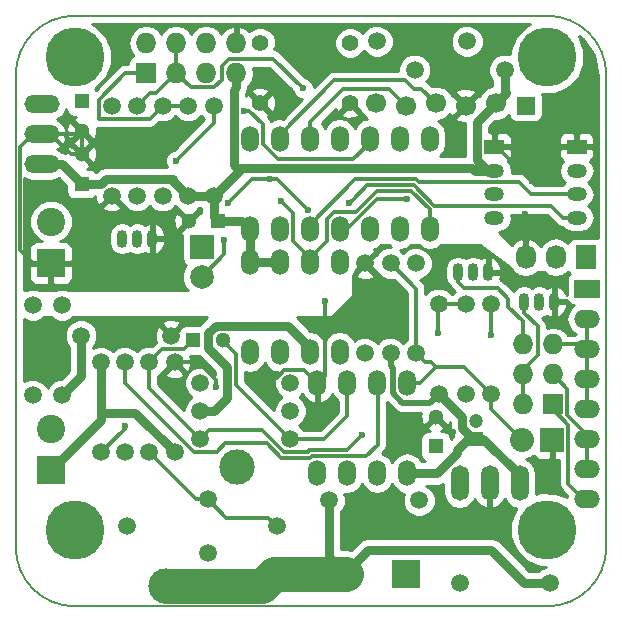
<source format=gtl>
G04 #@! TF.FileFunction,Copper,L1,Top,Signal*
%FSLAX46Y46*%
G04 Gerber Fmt 4.6, Leading zero omitted, Abs format (unit mm)*
G04 Created by KiCad (PCBNEW 4.0.2+dfsg1-stable) date Di 18 Apr 2017 17:20:03 CEST*
%MOMM*%
G01*
G04 APERTURE LIST*
%ADD10C,0.100000*%
%ADD11C,0.150000*%
%ADD12C,1.500000*%
%ADD13O,1.501140X2.199640*%
%ADD14R,1.699260X1.198880*%
%ADD15O,1.699260X1.198880*%
%ADD16C,1.397000*%
%ADD17C,2.400000*%
%ADD18R,2.400000X2.400000*%
%ADD19C,5.000000*%
%ADD20R,1.727200X1.727200*%
%ADD21O,1.727200X1.727200*%
%ADD22R,2.197100X1.524000*%
%ADD23O,2.197100X1.524000*%
%ADD24C,3.000000*%
%ADD25R,2.000000X2.000000*%
%ADD26C,2.000000*%
%ADD27R,1.600000X1.500000*%
%ADD28C,1.700000*%
%ADD29R,1.727200X2.032000*%
%ADD30O,1.727200X2.032000*%
%ADD31R,1.200000X1.200000*%
%ADD32C,1.200000*%
%ADD33R,2.032000X2.032000*%
%ADD34O,2.032000X2.032000*%
%ADD35O,1.500000X3.000000*%
%ADD36O,3.000000X1.500000*%
%ADD37R,1.200000X1.300000*%
%ADD38C,1.300000*%
%ADD39R,1.300000X1.300000*%
%ADD40O,0.899160X1.501140*%
%ADD41C,0.600000*%
%ADD42C,0.304800*%
%ADD43C,0.800000*%
%ADD44C,0.500000*%
%ADD45C,3.000000*%
%ADD46C,0.254000*%
G04 APERTURE END LIST*
D10*
D11*
X100000000Y-80000000D02*
G75*
G03X95000000Y-85000000I0J-5000000D01*
G01*
X145000000Y-85000000D02*
G75*
G03X140000000Y-80000000I-5000000J0D01*
G01*
X140000000Y-130000000D02*
G75*
G03X145000000Y-125000000I0J5000000D01*
G01*
X95000000Y-125000000D02*
G75*
G03X100000000Y-130000000I5000000J0D01*
G01*
X95000000Y-85000000D02*
X95000000Y-125000000D01*
X140000000Y-80000000D02*
X100000000Y-80000000D01*
X145000000Y-125000000D02*
X145000000Y-85000000D01*
X100000000Y-130000000D02*
X140000000Y-130000000D01*
D12*
X96456500Y-112141000D03*
X96456500Y-104521000D03*
D13*
X128143000Y-111125000D03*
X125603000Y-111125000D03*
X123063000Y-111125000D03*
X120523000Y-111125000D03*
X120523000Y-118745000D03*
X123063000Y-118745000D03*
X125603000Y-118745000D03*
X128143000Y-118745000D03*
D14*
X135509000Y-91104720D03*
D15*
X135509000Y-95107760D03*
X135509000Y-93106240D03*
X135509000Y-97106740D03*
D16*
X123317000Y-82296000D03*
X123317000Y-87376000D03*
X115697000Y-82296000D03*
X115697000Y-87376000D03*
D12*
X111252000Y-120904000D03*
D17*
X122936000Y-127254000D03*
D18*
X128016000Y-127254000D03*
D19*
X100000000Y-83500000D03*
X140000000Y-83500000D03*
X140000000Y-123500000D03*
X100000000Y-123500000D03*
D20*
X106045000Y-84836000D03*
D21*
X106045000Y-82296000D03*
X108585000Y-84836000D03*
X108585000Y-82296000D03*
X111125000Y-84836000D03*
X111125000Y-82296000D03*
X113665000Y-84836000D03*
X113665000Y-82296000D03*
D12*
X140208000Y-128016000D03*
X132588000Y-128016000D03*
X129159000Y-121031000D03*
X121539000Y-121031000D03*
X110617000Y-115824000D03*
X118237000Y-115824000D03*
X106299000Y-116967000D03*
X106299000Y-109347000D03*
X98933000Y-112141000D03*
X98933000Y-104521000D03*
X108458000Y-109347000D03*
X108458000Y-116967000D03*
X110642400Y-111099600D03*
X118262400Y-111099600D03*
X108153200Y-107086400D03*
X100533200Y-107086400D03*
D20*
X140462000Y-112903000D03*
D21*
X137922000Y-112903000D03*
X140462000Y-110363000D03*
X137922000Y-110363000D03*
X140462000Y-107823000D03*
X137922000Y-107823000D03*
D12*
X133096000Y-104394000D03*
X133096000Y-112014000D03*
X130810000Y-104394000D03*
X130810000Y-112014000D03*
X104267000Y-116967000D03*
X104267000Y-109347000D03*
X124587000Y-100965000D03*
X124587000Y-108585000D03*
X126746000Y-100965000D03*
X126746000Y-108585000D03*
X128905000Y-100965000D03*
X128905000Y-108585000D03*
X135255000Y-104394000D03*
X135255000Y-112014000D03*
X125603000Y-82169000D03*
X133223000Y-82169000D03*
D22*
X143383000Y-103124000D03*
D23*
X143383000Y-105664000D03*
X143383000Y-108204000D03*
X143383000Y-110744000D03*
X143383000Y-113284000D03*
X143383000Y-115824000D03*
X143383000Y-118364000D03*
X143383000Y-120904000D03*
D24*
X107744000Y-128240800D03*
X113744000Y-118240800D03*
D12*
X117094000Y-123240800D03*
X104394000Y-123240800D03*
X110642400Y-113461800D03*
X118262400Y-113461800D03*
D25*
X110744000Y-99568000D03*
D26*
X110744000Y-102108000D03*
D27*
X138176000Y-87604600D03*
D28*
X135636000Y-87401400D03*
X133096000Y-87604600D03*
X130556000Y-87401400D03*
X128016000Y-87604600D03*
X125476000Y-87401400D03*
D17*
X97982000Y-97437000D03*
D18*
X97982000Y-100937000D03*
D12*
X102235000Y-116967000D03*
X102235000Y-109347000D03*
X107442000Y-87630000D03*
X107442000Y-95250000D03*
X105283000Y-87630000D03*
X105283000Y-95250000D03*
X109601000Y-87630000D03*
X109601000Y-95250000D03*
X111760000Y-87630000D03*
X111760000Y-95250000D03*
X103124000Y-95250000D03*
X103124000Y-87630000D03*
D29*
X143256000Y-100457000D03*
D30*
X140716000Y-100457000D03*
X138176000Y-100457000D03*
D13*
X114808000Y-108458000D03*
X117348000Y-108458000D03*
X119888000Y-108458000D03*
X122428000Y-108458000D03*
X122428000Y-100838000D03*
X119888000Y-100838000D03*
X117348000Y-100838000D03*
X114808000Y-100838000D03*
D14*
X142494000Y-91104720D03*
D15*
X142494000Y-95107760D03*
X142494000Y-93106240D03*
X142494000Y-97106740D03*
D31*
X134010400Y-115812000D03*
D32*
X134010400Y-114312000D03*
D33*
X140411200Y-115925600D03*
D34*
X137871200Y-115925600D03*
D12*
X128778000Y-84582000D03*
X136398000Y-84582000D03*
X111252000Y-125476000D03*
D13*
X114808000Y-98044000D03*
X117348000Y-98044000D03*
X119888000Y-98044000D03*
X122428000Y-98044000D03*
X124968000Y-98044000D03*
X127508000Y-98044000D03*
X130048000Y-98044000D03*
X130048000Y-90424000D03*
X127508000Y-90424000D03*
X124968000Y-90424000D03*
X122428000Y-90424000D03*
X119888000Y-90424000D03*
X117348000Y-90424000D03*
X114808000Y-90424000D03*
D35*
X135128000Y-119583200D03*
X132588000Y-119583200D03*
X137668000Y-119583200D03*
D36*
X97193100Y-90030300D03*
X97193100Y-87490300D03*
X97193100Y-92570300D03*
D17*
X97982000Y-114963000D03*
D18*
X97982000Y-118463000D03*
D37*
X110032800Y-107492800D03*
D38*
X112532800Y-107492800D03*
D39*
X130556000Y-116459000D03*
D38*
X130556000Y-113959000D03*
D39*
X100584000Y-87249000D03*
D38*
X100584000Y-89749000D03*
D39*
X100584000Y-94234000D03*
D38*
X100584000Y-91734000D03*
D39*
X112141000Y-97409000D03*
D38*
X109641000Y-97409000D03*
D40*
X133731000Y-101727000D03*
X135001000Y-101727000D03*
X132461000Y-101727000D03*
X105283000Y-98869500D03*
X106553000Y-98869500D03*
X104013000Y-98869500D03*
X139319000Y-104203500D03*
X140589000Y-104203500D03*
X138049000Y-104203500D03*
D41*
X124333000Y-115506500D03*
X126555500Y-103174800D03*
X131982719Y-115241529D03*
X115925600Y-110629700D03*
X121170700Y-104152700D03*
X111988600Y-111467900D03*
X135255000Y-106997500D03*
X130721100Y-106845100D03*
X119722900Y-96431100D03*
X138722100Y-94006829D03*
X138137900Y-96786700D03*
X138214100Y-98272600D03*
X116497100Y-93814900D03*
X112941100Y-95885000D03*
X123236233Y-95866004D03*
X112661700Y-98945700D03*
X108572300Y-92265500D03*
X128162717Y-95477356D03*
X117429865Y-95655173D03*
X119316500Y-86131400D03*
X114363500Y-88074500D03*
X104216200Y-114716979D03*
D42*
X123063885Y-116787959D02*
X123063885Y-116775615D01*
X110617000Y-115824000D02*
X111366999Y-115074001D01*
X111366999Y-115074001D02*
X115855447Y-115074001D01*
X115855447Y-115074001D02*
X117707847Y-116926401D01*
X117707847Y-116926401D02*
X119718590Y-116926401D01*
X119718590Y-116926401D02*
X119857032Y-116787959D01*
X119857032Y-116787959D02*
X123063885Y-116787959D01*
X123063885Y-116775615D02*
X124333000Y-115506500D01*
X109281001Y-108244599D02*
X110032800Y-107492800D01*
X107401401Y-108244599D02*
X109281001Y-108244599D01*
X106299000Y-109347000D02*
X107401401Y-108244599D01*
X106299000Y-111506000D02*
X106299000Y-109347000D01*
X110617000Y-115824000D02*
X106299000Y-111506000D01*
X113641013Y-111228013D02*
X113641013Y-108601013D01*
X118237000Y-115824000D02*
X113641013Y-111228013D01*
X113641013Y-108601013D02*
X113182799Y-108142799D01*
X121119900Y-115824000D02*
X123063000Y-113880900D01*
X118237000Y-115824000D02*
X121119900Y-115824000D01*
X106299000Y-116967000D02*
X110236000Y-120904000D01*
X113182799Y-108142799D02*
X112532800Y-107492800D01*
X123063000Y-113880900D02*
X123063000Y-111125000D01*
X117094000Y-123240800D02*
X116344001Y-122490801D01*
X116344001Y-122490801D02*
X112838801Y-122490801D01*
X112838801Y-122490801D02*
X111252000Y-120904000D01*
X110236000Y-120904000D02*
X111252000Y-120904000D01*
X143383000Y-120904000D02*
X143046450Y-120904000D01*
X143046450Y-120904000D02*
X141779601Y-119637151D01*
X141779601Y-114627679D02*
X140462000Y-113310078D01*
X141779601Y-119637151D02*
X141779601Y-114627679D01*
X140462000Y-113310078D02*
X140462000Y-112903000D01*
X137922000Y-110363000D02*
X137922000Y-109982000D01*
X137922000Y-109982000D02*
X139192000Y-108712000D01*
X138049000Y-105156000D02*
X138049000Y-104203500D01*
X139192000Y-106299000D02*
X138049000Y-105156000D01*
X139192000Y-108712000D02*
X139192000Y-106299000D01*
X137922000Y-112903000D02*
X137922000Y-110363000D01*
X140462000Y-110363000D02*
X141678001Y-111579001D01*
X143383000Y-115517168D02*
X143383000Y-115824000D01*
X141678001Y-113812169D02*
X143383000Y-115517168D01*
X141678001Y-111579001D02*
X141678001Y-113812169D01*
X143383000Y-115824000D02*
X143383000Y-118364000D01*
X143383000Y-108204000D02*
X143383000Y-105664000D01*
X143383000Y-110744000D02*
X143383000Y-108204000D01*
X143383000Y-110744000D02*
X143383000Y-113284000D01*
X140462000Y-107823000D02*
X143002000Y-107823000D01*
X143002000Y-107823000D02*
X143383000Y-108204000D01*
X137922000Y-107823000D02*
X137922000Y-105854500D01*
X132461000Y-102552500D02*
X132461000Y-101727000D01*
X132969000Y-103060500D02*
X132461000Y-102552500D01*
X135826500Y-103060500D02*
X132969000Y-103060500D01*
X136715500Y-103949500D02*
X135826500Y-103060500D01*
X136715500Y-104648000D02*
X136715500Y-103949500D01*
X137922000Y-105854500D02*
X136715500Y-104648000D01*
X132461000Y-101727000D02*
X132461000Y-102044500D01*
X124587000Y-101206300D02*
X126555500Y-103174800D01*
X131982719Y-115241529D02*
X131838529Y-115241529D01*
X131838529Y-115241529D02*
X130556000Y-113959000D01*
X124587000Y-100965000D02*
X124587000Y-101206300D01*
X115925600Y-110629700D02*
X117085399Y-110629700D01*
X117085399Y-110629700D02*
X117717900Y-109997199D01*
X117717900Y-109997199D02*
X119395199Y-109997199D01*
X119395199Y-109997199D02*
X120523000Y-111125000D01*
X121170700Y-104152700D02*
X121170700Y-110477300D01*
X121170700Y-110477300D02*
X120523000Y-111125000D01*
X108458000Y-109347000D02*
X110521354Y-109347000D01*
X111988600Y-110814246D02*
X111988600Y-111467900D01*
X110521354Y-109347000D02*
X111988600Y-110814246D01*
X135255000Y-104394000D02*
X135255000Y-106997500D01*
X135420100Y-104559100D02*
X135255000Y-104394000D01*
X125666500Y-111188500D02*
X125666500Y-115150900D01*
X120066131Y-117292770D02*
X124680330Y-117292770D01*
X119927689Y-117431212D02*
X120066131Y-117292770D01*
X116255935Y-116188399D02*
X117498748Y-117431212D01*
X117498748Y-117431212D02*
X119927689Y-117431212D01*
X125666500Y-116306600D02*
X125666500Y-115150900D01*
X124680330Y-117292770D02*
X125666500Y-116306600D01*
X112758847Y-116188399D02*
X115248599Y-116188399D01*
X110087847Y-116926401D02*
X112020845Y-116926401D01*
X112020845Y-116926401D02*
X112758847Y-116188399D01*
X104267000Y-111105554D02*
X110087847Y-116926401D01*
X115248599Y-116188399D02*
X116255935Y-116188399D01*
X104267000Y-111105554D02*
X104267000Y-109347000D01*
X125666500Y-111188500D02*
X125603000Y-111125000D01*
X130810000Y-104394000D02*
X133096000Y-104394000D01*
X130721100Y-106845100D02*
X130721100Y-104482900D01*
X130721100Y-104482900D02*
X130810000Y-104394000D01*
D43*
X131559999Y-112763999D02*
X130810000Y-112014000D01*
X134010400Y-115812000D02*
X133734398Y-115812000D01*
X132810399Y-114014399D02*
X131559999Y-112763999D01*
X132810399Y-114888001D02*
X132810399Y-114014399D01*
X133734398Y-115812000D02*
X132810399Y-114888001D01*
D44*
X130810000Y-112014000D02*
X130060001Y-112763999D01*
X126942420Y-111971546D02*
X126942420Y-109842080D01*
X130060001Y-112763999D02*
X127734873Y-112763999D01*
X126746000Y-109645660D02*
X126746000Y-108585000D01*
X127734873Y-112763999D02*
X126942420Y-111971546D01*
X126942420Y-109842080D02*
X126746000Y-109645660D01*
D43*
X132384800Y-117043200D02*
X132384800Y-116738400D01*
X130683000Y-118745000D02*
X132384800Y-117043200D01*
X128143000Y-118745000D02*
X130683000Y-118745000D01*
X133311200Y-115812000D02*
X134010400Y-115812000D01*
X132384800Y-116738400D02*
X133311200Y-115812000D01*
D44*
X137668000Y-119583200D02*
X137668000Y-118922800D01*
D43*
X137668000Y-118922800D02*
X134557200Y-115812000D01*
X134557200Y-115812000D02*
X134010400Y-115812000D01*
X97193100Y-92570300D02*
X98920300Y-92570300D01*
X98920300Y-92570300D02*
X100584000Y-94234000D01*
X135509000Y-93106240D02*
X133859370Y-93106240D01*
X133859370Y-93106240D02*
X133668028Y-92914898D01*
X133668028Y-92914898D02*
X114095102Y-92914898D01*
X114095102Y-92914898D02*
X113903760Y-93106240D01*
X111760000Y-95250000D02*
X111760000Y-97028000D01*
X111760000Y-97028000D02*
X112141000Y-97409000D01*
X136398000Y-86334600D02*
X136485999Y-86422599D01*
X136485999Y-86422599D02*
X136485999Y-86551401D01*
X136485999Y-86551401D02*
X135636000Y-87401400D01*
X135509000Y-93106240D02*
X134981448Y-93106240D01*
X134981448Y-93106240D02*
X134059369Y-92184161D01*
X134059369Y-92184161D02*
X134059369Y-88978031D01*
X134059369Y-88978031D02*
X134786001Y-88251399D01*
X134786001Y-88251399D02*
X135636000Y-87401400D01*
X113665000Y-84836000D02*
X113665000Y-86057314D01*
X113665000Y-86057314D02*
X113457420Y-86264894D01*
X113457420Y-86264894D02*
X113457420Y-92659900D01*
X113457420Y-92659900D02*
X113903760Y-93106240D01*
X113903760Y-93106240D02*
X111760000Y-95250000D01*
X142744190Y-93106240D02*
X142494000Y-93106240D01*
X114808000Y-100838000D02*
X117348000Y-100838000D01*
X114808000Y-98044000D02*
X114808000Y-100838000D01*
X112141000Y-97409000D02*
X114173000Y-97409000D01*
X114173000Y-97409000D02*
X114808000Y-98044000D01*
X109601000Y-95250000D02*
X111760000Y-95250000D01*
X108331000Y-93853000D02*
X108331000Y-93980000D01*
X102235000Y-94234000D02*
X102616000Y-93853000D01*
X102616000Y-93853000D02*
X108331000Y-93853000D01*
X100584000Y-94234000D02*
X102235000Y-94234000D01*
X108331000Y-93980000D02*
X109601000Y-95250000D01*
X136398000Y-86334600D02*
X136398000Y-84582000D01*
D42*
X97193100Y-90030300D02*
X96443100Y-90030300D01*
X96443100Y-90030300D02*
X95340690Y-91132710D01*
X95340690Y-99800490D02*
X96477200Y-100937000D01*
X95340690Y-91132710D02*
X95340690Y-99800490D01*
X96477200Y-100937000D02*
X97982000Y-100937000D01*
X97193100Y-90030300D02*
X100302700Y-90030300D01*
X100302700Y-90030300D02*
X100584000Y-89749000D01*
X100584000Y-89749000D02*
X100584000Y-91734000D01*
X97193100Y-90030300D02*
X97943100Y-90030300D01*
X97943100Y-90030300D02*
X99646800Y-91734000D01*
X99646800Y-91734000D02*
X99664762Y-91734000D01*
X99664762Y-91734000D02*
X100584000Y-91734000D01*
X119722900Y-96431100D02*
X117106700Y-93814900D01*
X117106700Y-93814900D02*
X116497100Y-93814900D01*
X138661299Y-94006829D02*
X138722100Y-94006829D01*
X135759190Y-91104720D02*
X138661299Y-94006829D01*
X135509000Y-91104720D02*
X135759190Y-91104720D01*
X138214100Y-98272600D02*
X138214100Y-96862900D01*
X138214100Y-96862900D02*
X138137900Y-96786700D01*
X112941100Y-95885000D02*
X115011200Y-93814900D01*
X115011200Y-93814900D02*
X116497100Y-93814900D01*
X123767417Y-93815333D02*
X119888000Y-97694750D01*
X128894068Y-93815333D02*
X123767417Y-93815333D01*
X129160769Y-94082034D02*
X128894068Y-93815333D01*
X137591012Y-94082034D02*
X129160769Y-94082034D01*
X138616738Y-95107760D02*
X137591012Y-94082034D01*
X142494000Y-95107760D02*
X138616738Y-95107760D01*
X123536232Y-95566005D02*
X123236233Y-95866004D01*
X124782093Y-94320144D02*
X123536232Y-95566005D01*
X128684969Y-94320144D02*
X124782093Y-94320144D01*
X130438772Y-96073947D02*
X128684969Y-94320144D01*
X141339570Y-97106740D02*
X140306777Y-96073947D01*
X142494000Y-97106740D02*
X141339570Y-97106740D01*
X140306777Y-96073947D02*
X130438772Y-96073947D01*
D43*
X138049000Y-128016000D02*
X140208000Y-128016000D01*
X135255000Y-125222000D02*
X138049000Y-128016000D01*
X124841000Y-125222000D02*
X135255000Y-125222000D01*
X121539000Y-121031000D02*
X121539000Y-125857000D01*
X122936000Y-127254000D02*
X122936000Y-127127000D01*
X122936000Y-127127000D02*
X124841000Y-125222000D01*
X121539000Y-125857000D02*
X122936000Y-127254000D01*
D45*
X122936000Y-127254000D02*
X116840000Y-127254000D01*
X115853200Y-128240800D02*
X107744000Y-128240800D01*
X116840000Y-127254000D02*
X115853200Y-128240800D01*
D43*
X105130600Y-113639600D02*
X102235000Y-113639600D01*
X102235000Y-114210000D02*
X102235000Y-113639600D01*
X102235000Y-113639600D02*
X102235000Y-110744000D01*
X108458000Y-116967000D02*
X105130600Y-113639600D01*
X97982000Y-118463000D02*
X102235000Y-114210000D01*
X102235000Y-109347000D02*
X102235000Y-110744000D01*
X110642400Y-113461800D02*
X111830060Y-113461800D01*
X118022049Y-106242799D02*
X119888000Y-108108750D01*
X111932799Y-106242799D02*
X118022049Y-106242799D01*
X111282799Y-106892799D02*
X111932799Y-106242799D01*
X112888602Y-109698604D02*
X111282799Y-108092801D01*
X112888602Y-112403258D02*
X112888602Y-109698604D01*
X111282799Y-108092801D02*
X111282799Y-106892799D01*
X111830060Y-113461800D02*
X112888602Y-112403258D01*
X100533200Y-107086400D02*
X100533200Y-110540800D01*
X100533200Y-110540800D02*
X98933000Y-112141000D01*
X119888000Y-108108750D02*
X119888000Y-108458000D01*
D42*
X112661700Y-98945700D02*
X112661700Y-100190300D01*
X112661700Y-100190300D02*
X110744000Y-102108000D01*
X111760000Y-87630000D02*
X111760000Y-89077800D01*
X111760000Y-89077800D02*
X108572300Y-92265500D01*
X127738453Y-95477356D02*
X128162717Y-95477356D01*
X122428000Y-98044000D02*
X123058901Y-98044000D01*
X125625545Y-95477356D02*
X127738453Y-95477356D01*
X123058901Y-98044000D02*
X125625545Y-95477356D01*
X127977900Y-85432900D02*
X121989850Y-85432900D01*
X121989850Y-85432900D02*
X117348000Y-90074750D01*
X117348000Y-90074750D02*
X117348000Y-90424000D01*
X128743999Y-86198999D02*
X127977900Y-85432900D01*
X130556000Y-87401400D02*
X129353599Y-86198999D01*
X129353599Y-86198999D02*
X128743999Y-86198999D01*
X128016000Y-87604600D02*
X126610399Y-86198999D01*
X126610399Y-86198999D02*
X122708381Y-86198999D01*
X122708381Y-86198999D02*
X119888000Y-89019380D01*
X119888000Y-89019380D02*
X119888000Y-90424000D01*
X130048000Y-96397085D02*
X130048000Y-96639380D01*
X130048000Y-96639380D02*
X130048000Y-98044000D01*
X123797221Y-96591770D02*
X125564036Y-94824955D01*
X125564036Y-94824955D02*
X128475870Y-94824955D01*
X119888000Y-100488750D02*
X121325020Y-99051730D01*
X121325020Y-99051730D02*
X121325020Y-97237881D01*
X121325020Y-97237881D02*
X121971131Y-96591770D01*
X128475870Y-94824955D02*
X130048000Y-96397085D01*
X121971131Y-96591770D02*
X123797221Y-96591770D01*
X119888000Y-100838000D02*
X119888000Y-100488750D01*
X119888000Y-100488750D02*
X118450980Y-99051730D01*
X117729864Y-95955172D02*
X117429865Y-95655173D01*
X118450980Y-96676288D02*
X117729864Y-95955172D01*
X118450980Y-99051730D02*
X118450980Y-96676288D01*
X107442000Y-87630000D02*
X109601000Y-87630000D01*
X102092801Y-88732401D02*
X102021599Y-88661199D01*
X102021599Y-87100847D02*
X104286446Y-84836000D01*
X102021599Y-88661199D02*
X102021599Y-87100847D01*
X104286446Y-84836000D02*
X104876600Y-84836000D01*
X104876600Y-84836000D02*
X106045000Y-84836000D01*
X107442000Y-87630000D02*
X106339599Y-88732401D01*
X106339599Y-88732401D02*
X102092801Y-88732401D01*
X108585000Y-84836000D02*
X109801001Y-86052001D01*
X109801001Y-86052001D02*
X111816679Y-86052001D01*
X113081319Y-83619999D02*
X116805099Y-83619999D01*
X111816679Y-86052001D02*
X112448999Y-85419681D01*
X112448999Y-85419681D02*
X112448999Y-84252319D01*
X112448999Y-84252319D02*
X113081319Y-83619999D01*
X116805099Y-83619999D02*
X119316500Y-86131400D01*
X108585000Y-84836000D02*
X108585000Y-82296000D01*
X105283000Y-87630000D02*
X106385401Y-86527599D01*
X106385401Y-86527599D02*
X106893401Y-86527599D01*
X107721401Y-85699599D02*
X108585000Y-84836000D01*
X106893401Y-86527599D02*
X107721401Y-85699599D01*
X124968000Y-90424000D02*
X124968000Y-90773250D01*
X124968000Y-90773250D02*
X123578763Y-92162487D01*
X123578763Y-92162487D02*
X117177388Y-92162487D01*
X117177388Y-92162487D02*
X115910980Y-90896079D01*
X115910980Y-89197716D02*
X114787764Y-88074500D01*
X114787764Y-88074500D02*
X114363500Y-88074500D01*
X115910980Y-90896079D02*
X115910980Y-89197716D01*
X128905000Y-108585000D02*
X128905000Y-103124000D01*
X128905000Y-103124000D02*
X126746000Y-100965000D01*
X130201099Y-109334999D02*
X130586480Y-109720380D01*
X130586480Y-109720380D02*
X130602990Y-109720380D01*
X128905000Y-108585000D02*
X129654999Y-109334999D01*
X129654999Y-109334999D02*
X130201099Y-109334999D01*
X135255000Y-112014000D02*
X132961380Y-109720380D01*
X132961380Y-109720380D02*
X130602990Y-109720380D01*
X130602990Y-109720380D02*
X129198370Y-111125000D01*
X129198370Y-111125000D02*
X128143000Y-111125000D01*
X137871200Y-115925600D02*
X135255000Y-113309400D01*
X135255000Y-113309400D02*
X135255000Y-112014000D01*
X104216200Y-114985800D02*
X102235000Y-116967000D01*
X104216200Y-114985800D02*
X104216200Y-114716979D01*
D46*
G36*
X135255000Y-119456200D02*
X135275000Y-119456200D01*
X135275000Y-119710200D01*
X135255000Y-119710200D01*
X135255000Y-121552856D01*
X135469185Y-121675518D01*
X135540684Y-121661373D01*
X136017540Y-121402345D01*
X136358972Y-120980549D01*
X136385572Y-120890689D01*
X136388427Y-120905044D01*
X136688657Y-121354370D01*
X137137983Y-121654600D01*
X137365796Y-121699915D01*
X137343826Y-121721847D01*
X136865546Y-122873674D01*
X136864457Y-124120854D01*
X137340727Y-125273515D01*
X138221847Y-126156174D01*
X139373674Y-126634454D01*
X139923613Y-126634934D01*
X139424485Y-126841169D01*
X139284410Y-126981000D01*
X138477711Y-126981000D01*
X135986856Y-124490144D01*
X135651077Y-124265785D01*
X135255000Y-124186999D01*
X135254995Y-124187000D01*
X124841005Y-124187000D01*
X124841000Y-124186999D01*
X124444923Y-124265785D01*
X124109144Y-124490144D01*
X124109142Y-124490147D01*
X123389985Y-125209303D01*
X122936000Y-125119000D01*
X122574000Y-125119000D01*
X122574000Y-121954784D01*
X122712461Y-121816564D01*
X122923759Y-121307702D01*
X122924240Y-120756715D01*
X122802459Y-120461982D01*
X123063000Y-120513807D01*
X123593235Y-120408337D01*
X124042746Y-120107983D01*
X124333000Y-119673588D01*
X124623254Y-120107983D01*
X125072765Y-120408337D01*
X125603000Y-120513807D01*
X126133235Y-120408337D01*
X126582746Y-120107983D01*
X126873000Y-119673588D01*
X127163254Y-120107983D01*
X127612765Y-120408337D01*
X127894617Y-120464401D01*
X127774241Y-120754298D01*
X127773760Y-121305285D01*
X127984169Y-121814515D01*
X128373436Y-122204461D01*
X128882298Y-122415759D01*
X129433285Y-122416240D01*
X129942515Y-122205831D01*
X130332461Y-121816564D01*
X130543759Y-121307702D01*
X130544240Y-120756715D01*
X130333831Y-120247485D01*
X129944564Y-119857539D01*
X129757829Y-119780000D01*
X130682995Y-119780000D01*
X130683000Y-119780001D01*
X131079077Y-119701215D01*
X131203000Y-119618413D01*
X131203000Y-120375027D01*
X131308427Y-120905044D01*
X131608657Y-121354370D01*
X132057983Y-121654600D01*
X132588000Y-121760027D01*
X133118017Y-121654600D01*
X133567343Y-121354370D01*
X133867573Y-120905044D01*
X133870428Y-120890689D01*
X133897028Y-120980549D01*
X134238460Y-121402345D01*
X134715316Y-121661373D01*
X134786815Y-121675518D01*
X135001000Y-121552856D01*
X135001000Y-119710200D01*
X134981000Y-119710200D01*
X134981000Y-119456200D01*
X135001000Y-119456200D01*
X135001000Y-119436200D01*
X135255000Y-119436200D01*
X135255000Y-119456200D01*
X135255000Y-119456200D01*
G37*
X135255000Y-119456200D02*
X135275000Y-119456200D01*
X135275000Y-119710200D01*
X135255000Y-119710200D01*
X135255000Y-121552856D01*
X135469185Y-121675518D01*
X135540684Y-121661373D01*
X136017540Y-121402345D01*
X136358972Y-120980549D01*
X136385572Y-120890689D01*
X136388427Y-120905044D01*
X136688657Y-121354370D01*
X137137983Y-121654600D01*
X137365796Y-121699915D01*
X137343826Y-121721847D01*
X136865546Y-122873674D01*
X136864457Y-124120854D01*
X137340727Y-125273515D01*
X138221847Y-126156174D01*
X139373674Y-126634454D01*
X139923613Y-126634934D01*
X139424485Y-126841169D01*
X139284410Y-126981000D01*
X138477711Y-126981000D01*
X135986856Y-124490144D01*
X135651077Y-124265785D01*
X135255000Y-124186999D01*
X135254995Y-124187000D01*
X124841005Y-124187000D01*
X124841000Y-124186999D01*
X124444923Y-124265785D01*
X124109144Y-124490144D01*
X124109142Y-124490147D01*
X123389985Y-125209303D01*
X122936000Y-125119000D01*
X122574000Y-125119000D01*
X122574000Y-121954784D01*
X122712461Y-121816564D01*
X122923759Y-121307702D01*
X122924240Y-120756715D01*
X122802459Y-120461982D01*
X123063000Y-120513807D01*
X123593235Y-120408337D01*
X124042746Y-120107983D01*
X124333000Y-119673588D01*
X124623254Y-120107983D01*
X125072765Y-120408337D01*
X125603000Y-120513807D01*
X126133235Y-120408337D01*
X126582746Y-120107983D01*
X126873000Y-119673588D01*
X127163254Y-120107983D01*
X127612765Y-120408337D01*
X127894617Y-120464401D01*
X127774241Y-120754298D01*
X127773760Y-121305285D01*
X127984169Y-121814515D01*
X128373436Y-122204461D01*
X128882298Y-122415759D01*
X129433285Y-122416240D01*
X129942515Y-122205831D01*
X130332461Y-121816564D01*
X130543759Y-121307702D01*
X130544240Y-120756715D01*
X130333831Y-120247485D01*
X129944564Y-119857539D01*
X129757829Y-119780000D01*
X130682995Y-119780000D01*
X130683000Y-119780001D01*
X131079077Y-119701215D01*
X131203000Y-119618413D01*
X131203000Y-120375027D01*
X131308427Y-120905044D01*
X131608657Y-121354370D01*
X132057983Y-121654600D01*
X132588000Y-121760027D01*
X133118017Y-121654600D01*
X133567343Y-121354370D01*
X133867573Y-120905044D01*
X133870428Y-120890689D01*
X133897028Y-120980549D01*
X134238460Y-121402345D01*
X134715316Y-121661373D01*
X134786815Y-121675518D01*
X135001000Y-121552856D01*
X135001000Y-119710200D01*
X134981000Y-119710200D01*
X134981000Y-119456200D01*
X135001000Y-119456200D01*
X135001000Y-119436200D01*
X135255000Y-119436200D01*
X135255000Y-119456200D01*
G36*
X140538200Y-115798600D02*
X140558200Y-115798600D01*
X140558200Y-116052600D01*
X140538200Y-116052600D01*
X140538200Y-117417850D01*
X140696950Y-117576600D01*
X140992201Y-117576600D01*
X140992201Y-119637151D01*
X141052138Y-119938476D01*
X141222825Y-120193927D01*
X141668150Y-120639252D01*
X141638954Y-120786026D01*
X140626326Y-120365546D01*
X139379146Y-120364457D01*
X139026085Y-120510339D01*
X139053000Y-120375027D01*
X139053000Y-118791373D01*
X138947573Y-118261356D01*
X138647343Y-117812030D01*
X138235080Y-117536565D01*
X138503010Y-117483270D01*
X138839201Y-117258634D01*
X138856873Y-117301298D01*
X139035501Y-117479927D01*
X139268890Y-117576600D01*
X140125450Y-117576600D01*
X140284200Y-117417850D01*
X140284200Y-116052600D01*
X140264200Y-116052600D01*
X140264200Y-115798600D01*
X140284200Y-115798600D01*
X140284200Y-115778600D01*
X140538200Y-115778600D01*
X140538200Y-115798600D01*
X140538200Y-115798600D01*
G37*
X140538200Y-115798600D02*
X140558200Y-115798600D01*
X140558200Y-116052600D01*
X140538200Y-116052600D01*
X140538200Y-117417850D01*
X140696950Y-117576600D01*
X140992201Y-117576600D01*
X140992201Y-119637151D01*
X141052138Y-119938476D01*
X141222825Y-120193927D01*
X141668150Y-120639252D01*
X141638954Y-120786026D01*
X140626326Y-120365546D01*
X139379146Y-120364457D01*
X139026085Y-120510339D01*
X139053000Y-120375027D01*
X139053000Y-118791373D01*
X138947573Y-118261356D01*
X138647343Y-117812030D01*
X138235080Y-117536565D01*
X138503010Y-117483270D01*
X138839201Y-117258634D01*
X138856873Y-117301298D01*
X139035501Y-117479927D01*
X139268890Y-117576600D01*
X140125450Y-117576600D01*
X140284200Y-117417850D01*
X140284200Y-116052600D01*
X140264200Y-116052600D01*
X140264200Y-115798600D01*
X140284200Y-115798600D01*
X140284200Y-115778600D01*
X140538200Y-115778600D01*
X140538200Y-115798600D01*
G36*
X127109081Y-113389786D02*
X127109083Y-113389789D01*
X127396198Y-113581632D01*
X127452389Y-113592809D01*
X127734873Y-113649000D01*
X127734878Y-113648999D01*
X129303296Y-113648999D01*
X129258378Y-113778078D01*
X129287917Y-114288428D01*
X129426389Y-114622729D01*
X129656984Y-114678410D01*
X130376395Y-113959000D01*
X130362253Y-113944858D01*
X130541858Y-113765252D01*
X130556000Y-113779395D01*
X130570142Y-113765252D01*
X130749748Y-113944858D01*
X130735605Y-113959000D01*
X131455016Y-114678410D01*
X131685611Y-114622729D01*
X131755159Y-114422871D01*
X131775399Y-114443110D01*
X131775399Y-114887996D01*
X131775398Y-114888001D01*
X131854184Y-115284078D01*
X132062957Y-115596531D01*
X131852973Y-115806516D01*
X131809162Y-115573683D01*
X131670090Y-115357559D01*
X131457890Y-115212569D01*
X131206000Y-115161560D01*
X131043615Y-115161560D01*
X131219729Y-115088611D01*
X131275410Y-114858016D01*
X130556000Y-114138605D01*
X129836590Y-114858016D01*
X129892271Y-115088611D01*
X130101902Y-115161560D01*
X129906000Y-115161560D01*
X129670683Y-115205838D01*
X129454559Y-115344910D01*
X129309569Y-115557110D01*
X129258560Y-115809000D01*
X129258560Y-117109000D01*
X129302838Y-117344317D01*
X129441910Y-117560441D01*
X129654110Y-117705431D01*
X129676672Y-117710000D01*
X129341897Y-117710000D01*
X129122746Y-117382017D01*
X128673235Y-117081663D01*
X128143000Y-116976193D01*
X127612765Y-117081663D01*
X127163254Y-117382017D01*
X126873000Y-117816412D01*
X126582746Y-117382017D01*
X126133235Y-117081663D01*
X126026266Y-117060386D01*
X126223276Y-116863376D01*
X126393963Y-116607925D01*
X126453900Y-116306600D01*
X126453900Y-112734606D01*
X127109081Y-113389786D01*
X127109081Y-113389786D01*
G37*
X127109081Y-113389786D02*
X127109083Y-113389789D01*
X127396198Y-113581632D01*
X127452389Y-113592809D01*
X127734873Y-113649000D01*
X127734878Y-113648999D01*
X129303296Y-113648999D01*
X129258378Y-113778078D01*
X129287917Y-114288428D01*
X129426389Y-114622729D01*
X129656984Y-114678410D01*
X130376395Y-113959000D01*
X130362253Y-113944858D01*
X130541858Y-113765252D01*
X130556000Y-113779395D01*
X130570142Y-113765252D01*
X130749748Y-113944858D01*
X130735605Y-113959000D01*
X131455016Y-114678410D01*
X131685611Y-114622729D01*
X131755159Y-114422871D01*
X131775399Y-114443110D01*
X131775399Y-114887996D01*
X131775398Y-114888001D01*
X131854184Y-115284078D01*
X132062957Y-115596531D01*
X131852973Y-115806516D01*
X131809162Y-115573683D01*
X131670090Y-115357559D01*
X131457890Y-115212569D01*
X131206000Y-115161560D01*
X131043615Y-115161560D01*
X131219729Y-115088611D01*
X131275410Y-114858016D01*
X130556000Y-114138605D01*
X129836590Y-114858016D01*
X129892271Y-115088611D01*
X130101902Y-115161560D01*
X129906000Y-115161560D01*
X129670683Y-115205838D01*
X129454559Y-115344910D01*
X129309569Y-115557110D01*
X129258560Y-115809000D01*
X129258560Y-117109000D01*
X129302838Y-117344317D01*
X129441910Y-117560441D01*
X129654110Y-117705431D01*
X129676672Y-117710000D01*
X129341897Y-117710000D01*
X129122746Y-117382017D01*
X128673235Y-117081663D01*
X128143000Y-116976193D01*
X127612765Y-117081663D01*
X127163254Y-117382017D01*
X126873000Y-117816412D01*
X126582746Y-117382017D01*
X126133235Y-117081663D01*
X126026266Y-117060386D01*
X126223276Y-116863376D01*
X126393963Y-116607925D01*
X126453900Y-116306600D01*
X126453900Y-112734606D01*
X127109081Y-113389786D01*
G36*
X120650000Y-110998000D02*
X120670000Y-110998000D01*
X120670000Y-111252000D01*
X120650000Y-111252000D01*
X120650000Y-112694479D01*
X120864275Y-112817133D01*
X120935903Y-112802950D01*
X121412944Y-112543798D01*
X121754499Y-112121817D01*
X121781399Y-112030928D01*
X121782900Y-112038472D01*
X122083254Y-112487983D01*
X122275600Y-112616505D01*
X122275600Y-113554748D01*
X120793748Y-115036600D01*
X119407953Y-115036600D01*
X119022564Y-114650539D01*
X119017422Y-114648404D01*
X119045915Y-114636631D01*
X119435861Y-114247364D01*
X119647159Y-113738502D01*
X119647640Y-113187515D01*
X119437231Y-112678285D01*
X119047964Y-112288339D01*
X119030154Y-112280943D01*
X119045915Y-112274431D01*
X119270358Y-112050379D01*
X119291501Y-112121817D01*
X119633056Y-112543798D01*
X120110097Y-112802950D01*
X120181725Y-112817133D01*
X120396000Y-112694479D01*
X120396000Y-111252000D01*
X120376000Y-111252000D01*
X120376000Y-110998000D01*
X120396000Y-110998000D01*
X120396000Y-110978000D01*
X120650000Y-110978000D01*
X120650000Y-110998000D01*
X120650000Y-110998000D01*
G37*
X120650000Y-110998000D02*
X120670000Y-110998000D01*
X120670000Y-111252000D01*
X120650000Y-111252000D01*
X120650000Y-112694479D01*
X120864275Y-112817133D01*
X120935903Y-112802950D01*
X121412944Y-112543798D01*
X121754499Y-112121817D01*
X121781399Y-112030928D01*
X121782900Y-112038472D01*
X122083254Y-112487983D01*
X122275600Y-112616505D01*
X122275600Y-113554748D01*
X120793748Y-115036600D01*
X119407953Y-115036600D01*
X119022564Y-114650539D01*
X119017422Y-114648404D01*
X119045915Y-114636631D01*
X119435861Y-114247364D01*
X119647159Y-113738502D01*
X119647640Y-113187515D01*
X119437231Y-112678285D01*
X119047964Y-112288339D01*
X119030154Y-112280943D01*
X119045915Y-112274431D01*
X119270358Y-112050379D01*
X119291501Y-112121817D01*
X119633056Y-112543798D01*
X120110097Y-112802950D01*
X120181725Y-112817133D01*
X120396000Y-112694479D01*
X120396000Y-111252000D01*
X120376000Y-111252000D01*
X120376000Y-110998000D01*
X120396000Y-110998000D01*
X120396000Y-110978000D01*
X120650000Y-110978000D01*
X120650000Y-110998000D01*
G36*
X134204148Y-114297858D02*
X134190005Y-114312000D01*
X134204148Y-114326143D01*
X134024543Y-114505748D01*
X134010400Y-114491605D01*
X133996258Y-114505748D01*
X133845399Y-114354889D01*
X133845399Y-114269111D01*
X133996258Y-114118253D01*
X134010400Y-114132395D01*
X134024543Y-114118253D01*
X134204148Y-114297858D01*
X134204148Y-114297858D01*
G37*
X134204148Y-114297858D02*
X134190005Y-114312000D01*
X134204148Y-114326143D01*
X134024543Y-114505748D01*
X134010400Y-114491605D01*
X133996258Y-114505748D01*
X133845399Y-114354889D01*
X133845399Y-114269111D01*
X133996258Y-114118253D01*
X134010400Y-114132395D01*
X134024543Y-114118253D01*
X134204148Y-114297858D01*
G36*
X116368254Y-109820983D02*
X116817765Y-110121337D01*
X117204845Y-110198332D01*
X117088939Y-110314036D01*
X116877641Y-110822898D01*
X116877160Y-111373885D01*
X117087569Y-111883115D01*
X117476836Y-112273061D01*
X117494646Y-112280457D01*
X117478885Y-112286969D01*
X117088939Y-112676236D01*
X116877641Y-113185098D01*
X116877496Y-113350944D01*
X114428413Y-110901861D01*
X114428413Y-110151303D01*
X114808000Y-110226807D01*
X115338235Y-110121337D01*
X115787746Y-109820983D01*
X116078000Y-109386588D01*
X116368254Y-109820983D01*
X116368254Y-109820983D01*
G37*
X116368254Y-109820983D02*
X116817765Y-110121337D01*
X117204845Y-110198332D01*
X117088939Y-110314036D01*
X116877641Y-110822898D01*
X116877160Y-111373885D01*
X117087569Y-111883115D01*
X117476836Y-112273061D01*
X117494646Y-112280457D01*
X117478885Y-112286969D01*
X117088939Y-112676236D01*
X116877641Y-113185098D01*
X116877496Y-113350944D01*
X114428413Y-110901861D01*
X114428413Y-110151303D01*
X114808000Y-110226807D01*
X115338235Y-110121337D01*
X115787746Y-109820983D01*
X116078000Y-109386588D01*
X116368254Y-109820983D01*
G36*
X110550943Y-108824657D02*
X111853602Y-110127315D01*
X111853602Y-110404110D01*
X111817231Y-110316085D01*
X111427964Y-109926139D01*
X110919102Y-109714841D01*
X110368115Y-109714360D01*
X109858885Y-109924769D01*
X109468939Y-110314036D01*
X109257641Y-110822898D01*
X109257160Y-111373885D01*
X109467569Y-111883115D01*
X109856836Y-112273061D01*
X109874646Y-112280457D01*
X109858885Y-112286969D01*
X109468939Y-112676236D01*
X109257641Y-113185098D01*
X109257496Y-113350944D01*
X107086400Y-111179848D01*
X107086400Y-110517953D01*
X107286183Y-110318517D01*
X107666088Y-110318517D01*
X107734077Y-110559460D01*
X108253171Y-110744201D01*
X108803448Y-110716230D01*
X109181923Y-110559460D01*
X109249912Y-110318517D01*
X108458000Y-109526605D01*
X107666088Y-110318517D01*
X107286183Y-110318517D01*
X107470593Y-110134428D01*
X107486483Y-110138912D01*
X108278395Y-109347000D01*
X108264253Y-109332858D01*
X108443858Y-109153253D01*
X108458000Y-109167395D01*
X108472143Y-109153253D01*
X108651748Y-109332858D01*
X108637605Y-109347000D01*
X109429517Y-110138912D01*
X109670460Y-110070923D01*
X109855201Y-109551829D01*
X109827230Y-109001552D01*
X109764574Y-108850288D01*
X109837777Y-108801375D01*
X109848912Y-108790240D01*
X110527946Y-108790240D01*
X110550943Y-108824657D01*
X110550943Y-108824657D01*
G37*
X110550943Y-108824657D02*
X111853602Y-110127315D01*
X111853602Y-110404110D01*
X111817231Y-110316085D01*
X111427964Y-109926139D01*
X110919102Y-109714841D01*
X110368115Y-109714360D01*
X109858885Y-109924769D01*
X109468939Y-110314036D01*
X109257641Y-110822898D01*
X109257160Y-111373885D01*
X109467569Y-111883115D01*
X109856836Y-112273061D01*
X109874646Y-112280457D01*
X109858885Y-112286969D01*
X109468939Y-112676236D01*
X109257641Y-113185098D01*
X109257496Y-113350944D01*
X107086400Y-111179848D01*
X107086400Y-110517953D01*
X107286183Y-110318517D01*
X107666088Y-110318517D01*
X107734077Y-110559460D01*
X108253171Y-110744201D01*
X108803448Y-110716230D01*
X109181923Y-110559460D01*
X109249912Y-110318517D01*
X108458000Y-109526605D01*
X107666088Y-110318517D01*
X107286183Y-110318517D01*
X107470593Y-110134428D01*
X107486483Y-110138912D01*
X108278395Y-109347000D01*
X108264253Y-109332858D01*
X108443858Y-109153253D01*
X108458000Y-109167395D01*
X108472143Y-109153253D01*
X108651748Y-109332858D01*
X108637605Y-109347000D01*
X109429517Y-110138912D01*
X109670460Y-110070923D01*
X109855201Y-109551829D01*
X109827230Y-109001552D01*
X109764574Y-108850288D01*
X109837777Y-108801375D01*
X109848912Y-108790240D01*
X110527946Y-108790240D01*
X110550943Y-108824657D01*
G36*
X98147436Y-105694461D02*
X98656298Y-105905759D01*
X99207285Y-105906240D01*
X99716515Y-105695831D01*
X99875623Y-105537000D01*
X111174887Y-105537000D01*
X110550943Y-106160943D01*
X110527946Y-106195360D01*
X109432800Y-106195360D01*
X109197483Y-106239638D01*
X108981359Y-106378710D01*
X108853787Y-106565418D01*
X108332805Y-107086400D01*
X108346948Y-107100543D01*
X108167343Y-107280148D01*
X108153200Y-107266005D01*
X108139058Y-107280148D01*
X107959453Y-107100543D01*
X107973595Y-107086400D01*
X107181683Y-106294488D01*
X106940740Y-106362477D01*
X106755999Y-106881571D01*
X106783970Y-107431848D01*
X106880163Y-107664077D01*
X106844625Y-107687823D01*
X106570212Y-107962236D01*
X106024715Y-107961760D01*
X105515485Y-108172169D01*
X105282936Y-108404313D01*
X105052564Y-108173539D01*
X104543702Y-107962241D01*
X103992715Y-107961760D01*
X103483485Y-108172169D01*
X103250936Y-108404313D01*
X103020564Y-108173539D01*
X102511702Y-107962241D01*
X101960715Y-107961760D01*
X101568200Y-108123943D01*
X101568200Y-108010184D01*
X101706661Y-107871964D01*
X101917959Y-107363102D01*
X101918440Y-106812115D01*
X101708031Y-106302885D01*
X101520357Y-106114883D01*
X107361288Y-106114883D01*
X108153200Y-106906795D01*
X108945112Y-106114883D01*
X108877123Y-105873940D01*
X108358029Y-105689199D01*
X107807752Y-105717170D01*
X107429277Y-105873940D01*
X107361288Y-106114883D01*
X101520357Y-106114883D01*
X101318764Y-105912939D01*
X100809902Y-105701641D01*
X100258915Y-105701160D01*
X99749685Y-105911569D01*
X99359739Y-106300836D01*
X99148441Y-106809698D01*
X99147960Y-107360685D01*
X99358369Y-107869915D01*
X99498200Y-108009990D01*
X99498200Y-110112089D01*
X98854358Y-110755931D01*
X98658715Y-110755760D01*
X98149485Y-110966169D01*
X97759539Y-111355436D01*
X97694852Y-111511219D01*
X97631331Y-111357485D01*
X97242064Y-110967539D01*
X96733202Y-110756241D01*
X96182215Y-110755760D01*
X95710000Y-110950875D01*
X95710000Y-105710682D01*
X96179798Y-105905759D01*
X96730785Y-105906240D01*
X97240015Y-105695831D01*
X97399123Y-105537000D01*
X97990249Y-105537000D01*
X98147436Y-105694461D01*
X98147436Y-105694461D01*
G37*
X98147436Y-105694461D02*
X98656298Y-105905759D01*
X99207285Y-105906240D01*
X99716515Y-105695831D01*
X99875623Y-105537000D01*
X111174887Y-105537000D01*
X110550943Y-106160943D01*
X110527946Y-106195360D01*
X109432800Y-106195360D01*
X109197483Y-106239638D01*
X108981359Y-106378710D01*
X108853787Y-106565418D01*
X108332805Y-107086400D01*
X108346948Y-107100543D01*
X108167343Y-107280148D01*
X108153200Y-107266005D01*
X108139058Y-107280148D01*
X107959453Y-107100543D01*
X107973595Y-107086400D01*
X107181683Y-106294488D01*
X106940740Y-106362477D01*
X106755999Y-106881571D01*
X106783970Y-107431848D01*
X106880163Y-107664077D01*
X106844625Y-107687823D01*
X106570212Y-107962236D01*
X106024715Y-107961760D01*
X105515485Y-108172169D01*
X105282936Y-108404313D01*
X105052564Y-108173539D01*
X104543702Y-107962241D01*
X103992715Y-107961760D01*
X103483485Y-108172169D01*
X103250936Y-108404313D01*
X103020564Y-108173539D01*
X102511702Y-107962241D01*
X101960715Y-107961760D01*
X101568200Y-108123943D01*
X101568200Y-108010184D01*
X101706661Y-107871964D01*
X101917959Y-107363102D01*
X101918440Y-106812115D01*
X101708031Y-106302885D01*
X101520357Y-106114883D01*
X107361288Y-106114883D01*
X108153200Y-106906795D01*
X108945112Y-106114883D01*
X108877123Y-105873940D01*
X108358029Y-105689199D01*
X107807752Y-105717170D01*
X107429277Y-105873940D01*
X107361288Y-106114883D01*
X101520357Y-106114883D01*
X101318764Y-105912939D01*
X100809902Y-105701641D01*
X100258915Y-105701160D01*
X99749685Y-105911569D01*
X99359739Y-106300836D01*
X99148441Y-106809698D01*
X99147960Y-107360685D01*
X99358369Y-107869915D01*
X99498200Y-108009990D01*
X99498200Y-110112089D01*
X98854358Y-110755931D01*
X98658715Y-110755760D01*
X98149485Y-110966169D01*
X97759539Y-111355436D01*
X97694852Y-111511219D01*
X97631331Y-111357485D01*
X97242064Y-110967539D01*
X96733202Y-110756241D01*
X96182215Y-110755760D01*
X95710000Y-110950875D01*
X95710000Y-105710682D01*
X96179798Y-105905759D01*
X96730785Y-105906240D01*
X97240015Y-105695831D01*
X97399123Y-105537000D01*
X97990249Y-105537000D01*
X98147436Y-105694461D01*
G36*
X126787245Y-99580035D02*
X126471715Y-99579760D01*
X125962485Y-99790169D01*
X125574407Y-100177572D01*
X125558517Y-100173088D01*
X124766605Y-100965000D01*
X125558517Y-101756912D01*
X125574928Y-101752281D01*
X125960436Y-102138461D01*
X126469298Y-102349759D01*
X127017686Y-102350238D01*
X128117600Y-103450152D01*
X128117600Y-107414047D01*
X127825325Y-107705813D01*
X127531564Y-107411539D01*
X127022702Y-107200241D01*
X126471715Y-107199760D01*
X125962485Y-107410169D01*
X125666325Y-107705813D01*
X125372564Y-107411539D01*
X124863702Y-107200241D01*
X124312715Y-107199760D01*
X123803485Y-107410169D01*
X123692412Y-107521049D01*
X123407746Y-107095017D01*
X122958235Y-106794663D01*
X122428000Y-106689193D01*
X121897765Y-106794663D01*
X121448254Y-107095017D01*
X121158000Y-107529412D01*
X120867746Y-107095017D01*
X120418235Y-106794663D01*
X119943118Y-106700157D01*
X118779962Y-105537000D01*
X121666000Y-105537000D01*
X121715410Y-105526994D01*
X121755803Y-105499803D01*
X123533803Y-103721803D01*
X123561666Y-103679789D01*
X123571000Y-103632000D01*
X123571000Y-101956656D01*
X123584456Y-101936517D01*
X123795088Y-101936517D01*
X123863077Y-102177460D01*
X124382171Y-102362201D01*
X124932448Y-102334230D01*
X125310923Y-102177460D01*
X125378912Y-101936517D01*
X124587000Y-101144605D01*
X123795088Y-101936517D01*
X123584456Y-101936517D01*
X123708100Y-101751472D01*
X123729746Y-101642649D01*
X124407395Y-100965000D01*
X124393253Y-100950858D01*
X124572858Y-100771253D01*
X124587000Y-100785395D01*
X125378912Y-99993483D01*
X125310923Y-99752540D01*
X125296604Y-99747444D01*
X125498235Y-99707337D01*
X125896836Y-99441000D01*
X126579164Y-99441000D01*
X126787245Y-99580035D01*
X126787245Y-99580035D01*
G37*
X126787245Y-99580035D02*
X126471715Y-99579760D01*
X125962485Y-99790169D01*
X125574407Y-100177572D01*
X125558517Y-100173088D01*
X124766605Y-100965000D01*
X125558517Y-101756912D01*
X125574928Y-101752281D01*
X125960436Y-102138461D01*
X126469298Y-102349759D01*
X127017686Y-102350238D01*
X128117600Y-103450152D01*
X128117600Y-107414047D01*
X127825325Y-107705813D01*
X127531564Y-107411539D01*
X127022702Y-107200241D01*
X126471715Y-107199760D01*
X125962485Y-107410169D01*
X125666325Y-107705813D01*
X125372564Y-107411539D01*
X124863702Y-107200241D01*
X124312715Y-107199760D01*
X123803485Y-107410169D01*
X123692412Y-107521049D01*
X123407746Y-107095017D01*
X122958235Y-106794663D01*
X122428000Y-106689193D01*
X121897765Y-106794663D01*
X121448254Y-107095017D01*
X121158000Y-107529412D01*
X120867746Y-107095017D01*
X120418235Y-106794663D01*
X119943118Y-106700157D01*
X118779962Y-105537000D01*
X121666000Y-105537000D01*
X121715410Y-105526994D01*
X121755803Y-105499803D01*
X123533803Y-103721803D01*
X123561666Y-103679789D01*
X123571000Y-103632000D01*
X123571000Y-101956656D01*
X123584456Y-101936517D01*
X123795088Y-101936517D01*
X123863077Y-102177460D01*
X124382171Y-102362201D01*
X124932448Y-102334230D01*
X125310923Y-102177460D01*
X125378912Y-101936517D01*
X124587000Y-101144605D01*
X123795088Y-101936517D01*
X123584456Y-101936517D01*
X123708100Y-101751472D01*
X123729746Y-101642649D01*
X124407395Y-100965000D01*
X124393253Y-100950858D01*
X124572858Y-100771253D01*
X124587000Y-100785395D01*
X125378912Y-99993483D01*
X125310923Y-99752540D01*
X125296604Y-99747444D01*
X125498235Y-99707337D01*
X125896836Y-99441000D01*
X126579164Y-99441000D01*
X126787245Y-99580035D01*
G36*
X129517765Y-99707337D02*
X130048000Y-99812807D01*
X130578235Y-99707337D01*
X130976836Y-99441000D01*
X134323667Y-99441000D01*
X136894101Y-101368825D01*
X137116330Y-101701415D01*
X137602511Y-102026271D01*
X138176000Y-102140345D01*
X138749489Y-102026271D01*
X139197379Y-101727000D01*
X139694621Y-101727000D01*
X140142511Y-102026271D01*
X140716000Y-102140345D01*
X141289489Y-102026271D01*
X141737379Y-101727000D01*
X141801260Y-101727000D01*
X141888331Y-101862311D01*
X141833009Y-101897910D01*
X141688019Y-102110110D01*
X141637010Y-102362000D01*
X141637010Y-103662481D01*
X141542420Y-103370127D01*
X141266111Y-103045794D01*
X140882935Y-102858519D01*
X140716000Y-102985432D01*
X140716000Y-104076500D01*
X141672855Y-104076500D01*
X141681288Y-104121317D01*
X141820360Y-104337441D01*
X142032560Y-104482431D01*
X142249013Y-104526264D01*
X142024660Y-104676172D01*
X141721828Y-105129391D01*
X141615488Y-105664000D01*
X141721828Y-106198609D01*
X142024660Y-106651828D01*
X142446959Y-106934000D01*
X142294904Y-107035600D01*
X141732954Y-107035600D01*
X141551029Y-106763330D01*
X141064848Y-106438474D01*
X140491359Y-106324400D01*
X140432641Y-106324400D01*
X139979400Y-106414555D01*
X139979400Y-106299000D01*
X139919463Y-105997675D01*
X139748776Y-105742224D01*
X139572369Y-105565817D01*
X139734051Y-105533656D01*
X139958238Y-105383859D01*
X140295065Y-105548481D01*
X140462000Y-105421568D01*
X140462000Y-104330500D01*
X140716000Y-104330500D01*
X140716000Y-105421568D01*
X140882935Y-105548481D01*
X141266111Y-105361206D01*
X141542420Y-105036873D01*
X141673580Y-104631490D01*
X141673580Y-104330500D01*
X140716000Y-104330500D01*
X140462000Y-104330500D01*
X140442000Y-104330500D01*
X140442000Y-104076500D01*
X140462000Y-104076500D01*
X140462000Y-102985432D01*
X140295065Y-102858519D01*
X139958238Y-103023141D01*
X139734051Y-102873344D01*
X139319000Y-102790785D01*
X138903949Y-102873344D01*
X138684000Y-103020309D01*
X138464051Y-102873344D01*
X138049000Y-102790785D01*
X137633949Y-102873344D01*
X137282086Y-103108451D01*
X137164293Y-103284741D01*
X136383276Y-102503724D01*
X136127825Y-102333037D01*
X136034011Y-102314376D01*
X136085580Y-102154990D01*
X136085580Y-101854000D01*
X135128000Y-101854000D01*
X135128000Y-101874000D01*
X134874000Y-101874000D01*
X134874000Y-101854000D01*
X134854000Y-101854000D01*
X134854000Y-101600000D01*
X134874000Y-101600000D01*
X134874000Y-100508932D01*
X135128000Y-100508932D01*
X135128000Y-101600000D01*
X136085580Y-101600000D01*
X136085580Y-101299010D01*
X135954420Y-100893627D01*
X135678111Y-100569294D01*
X135294935Y-100382019D01*
X135128000Y-100508932D01*
X134874000Y-100508932D01*
X134707065Y-100382019D01*
X134370238Y-100546641D01*
X134146051Y-100396844D01*
X133731000Y-100314285D01*
X133315949Y-100396844D01*
X133096000Y-100543809D01*
X132876051Y-100396844D01*
X132461000Y-100314285D01*
X132045949Y-100396844D01*
X131694086Y-100631951D01*
X131458979Y-100983814D01*
X131376420Y-101398865D01*
X131376420Y-102055135D01*
X131458979Y-102470186D01*
X131694086Y-102822049D01*
X131732295Y-102847579D01*
X131733537Y-102853825D01*
X131904224Y-103109276D01*
X132163171Y-103368223D01*
X131952715Y-103578313D01*
X131595564Y-103220539D01*
X131086702Y-103009241D01*
X130535715Y-103008760D01*
X130026485Y-103219169D01*
X129692400Y-103552672D01*
X129692400Y-103124000D01*
X129632463Y-102822675D01*
X129461776Y-102567224D01*
X129225639Y-102331087D01*
X129688515Y-102139831D01*
X130078461Y-101750564D01*
X130289759Y-101241702D01*
X130290240Y-100690715D01*
X130079831Y-100181485D01*
X129690564Y-99791539D01*
X129181702Y-99580241D01*
X128630715Y-99579760D01*
X128121485Y-99790169D01*
X127825325Y-100085813D01*
X127545374Y-99805373D01*
X128038235Y-99707337D01*
X128436836Y-99441000D01*
X129119164Y-99441000D01*
X129517765Y-99707337D01*
X129517765Y-99707337D01*
G37*
X129517765Y-99707337D02*
X130048000Y-99812807D01*
X130578235Y-99707337D01*
X130976836Y-99441000D01*
X134323667Y-99441000D01*
X136894101Y-101368825D01*
X137116330Y-101701415D01*
X137602511Y-102026271D01*
X138176000Y-102140345D01*
X138749489Y-102026271D01*
X139197379Y-101727000D01*
X139694621Y-101727000D01*
X140142511Y-102026271D01*
X140716000Y-102140345D01*
X141289489Y-102026271D01*
X141737379Y-101727000D01*
X141801260Y-101727000D01*
X141888331Y-101862311D01*
X141833009Y-101897910D01*
X141688019Y-102110110D01*
X141637010Y-102362000D01*
X141637010Y-103662481D01*
X141542420Y-103370127D01*
X141266111Y-103045794D01*
X140882935Y-102858519D01*
X140716000Y-102985432D01*
X140716000Y-104076500D01*
X141672855Y-104076500D01*
X141681288Y-104121317D01*
X141820360Y-104337441D01*
X142032560Y-104482431D01*
X142249013Y-104526264D01*
X142024660Y-104676172D01*
X141721828Y-105129391D01*
X141615488Y-105664000D01*
X141721828Y-106198609D01*
X142024660Y-106651828D01*
X142446959Y-106934000D01*
X142294904Y-107035600D01*
X141732954Y-107035600D01*
X141551029Y-106763330D01*
X141064848Y-106438474D01*
X140491359Y-106324400D01*
X140432641Y-106324400D01*
X139979400Y-106414555D01*
X139979400Y-106299000D01*
X139919463Y-105997675D01*
X139748776Y-105742224D01*
X139572369Y-105565817D01*
X139734051Y-105533656D01*
X139958238Y-105383859D01*
X140295065Y-105548481D01*
X140462000Y-105421568D01*
X140462000Y-104330500D01*
X140716000Y-104330500D01*
X140716000Y-105421568D01*
X140882935Y-105548481D01*
X141266111Y-105361206D01*
X141542420Y-105036873D01*
X141673580Y-104631490D01*
X141673580Y-104330500D01*
X140716000Y-104330500D01*
X140462000Y-104330500D01*
X140442000Y-104330500D01*
X140442000Y-104076500D01*
X140462000Y-104076500D01*
X140462000Y-102985432D01*
X140295065Y-102858519D01*
X139958238Y-103023141D01*
X139734051Y-102873344D01*
X139319000Y-102790785D01*
X138903949Y-102873344D01*
X138684000Y-103020309D01*
X138464051Y-102873344D01*
X138049000Y-102790785D01*
X137633949Y-102873344D01*
X137282086Y-103108451D01*
X137164293Y-103284741D01*
X136383276Y-102503724D01*
X136127825Y-102333037D01*
X136034011Y-102314376D01*
X136085580Y-102154990D01*
X136085580Y-101854000D01*
X135128000Y-101854000D01*
X135128000Y-101874000D01*
X134874000Y-101874000D01*
X134874000Y-101854000D01*
X134854000Y-101854000D01*
X134854000Y-101600000D01*
X134874000Y-101600000D01*
X134874000Y-100508932D01*
X135128000Y-100508932D01*
X135128000Y-101600000D01*
X136085580Y-101600000D01*
X136085580Y-101299010D01*
X135954420Y-100893627D01*
X135678111Y-100569294D01*
X135294935Y-100382019D01*
X135128000Y-100508932D01*
X134874000Y-100508932D01*
X134707065Y-100382019D01*
X134370238Y-100546641D01*
X134146051Y-100396844D01*
X133731000Y-100314285D01*
X133315949Y-100396844D01*
X133096000Y-100543809D01*
X132876051Y-100396844D01*
X132461000Y-100314285D01*
X132045949Y-100396844D01*
X131694086Y-100631951D01*
X131458979Y-100983814D01*
X131376420Y-101398865D01*
X131376420Y-102055135D01*
X131458979Y-102470186D01*
X131694086Y-102822049D01*
X131732295Y-102847579D01*
X131733537Y-102853825D01*
X131904224Y-103109276D01*
X132163171Y-103368223D01*
X131952715Y-103578313D01*
X131595564Y-103220539D01*
X131086702Y-103009241D01*
X130535715Y-103008760D01*
X130026485Y-103219169D01*
X129692400Y-103552672D01*
X129692400Y-103124000D01*
X129632463Y-102822675D01*
X129461776Y-102567224D01*
X129225639Y-102331087D01*
X129688515Y-102139831D01*
X130078461Y-101750564D01*
X130289759Y-101241702D01*
X130290240Y-100690715D01*
X130079831Y-100181485D01*
X129690564Y-99791539D01*
X129181702Y-99580241D01*
X128630715Y-99579760D01*
X128121485Y-99790169D01*
X127825325Y-100085813D01*
X127545374Y-99805373D01*
X128038235Y-99707337D01*
X128436836Y-99441000D01*
X129119164Y-99441000D01*
X129517765Y-99707337D01*
G36*
X95871256Y-93849873D02*
X96401273Y-93955300D01*
X97984927Y-93955300D01*
X98514944Y-93849873D01*
X98647554Y-93761266D01*
X99286560Y-94400271D01*
X99286560Y-94884000D01*
X99330838Y-95119317D01*
X99469910Y-95335441D01*
X99682110Y-95480431D01*
X99934000Y-95531440D01*
X101234000Y-95531440D01*
X101469317Y-95487162D01*
X101685441Y-95348090D01*
X101738267Y-95270777D01*
X101754770Y-95595448D01*
X101911540Y-95973923D01*
X102152483Y-96041912D01*
X102944395Y-95250000D01*
X102930253Y-95235858D01*
X103109858Y-95056253D01*
X103124000Y-95070395D01*
X103138143Y-95056253D01*
X103317748Y-95235858D01*
X103303605Y-95250000D01*
X104095517Y-96041912D01*
X104111928Y-96037281D01*
X104497436Y-96423461D01*
X105006298Y-96634759D01*
X105557285Y-96635240D01*
X106066515Y-96424831D01*
X106362675Y-96129187D01*
X106656436Y-96423461D01*
X107165298Y-96634759D01*
X107716285Y-96635240D01*
X108225515Y-96424831D01*
X108521675Y-96129187D01*
X108815436Y-96423461D01*
X108930905Y-96471408D01*
X108921590Y-96509984D01*
X109641000Y-97229395D01*
X110360410Y-96509984D01*
X110343901Y-96441612D01*
X110384515Y-96424831D01*
X110524590Y-96285000D01*
X110725000Y-96285000D01*
X110725000Y-96734257D01*
X110540016Y-96689590D01*
X109820605Y-97409000D01*
X109834748Y-97423142D01*
X109655143Y-97602748D01*
X109641000Y-97588605D01*
X108921590Y-98308016D01*
X108977271Y-98538611D01*
X109096560Y-98580122D01*
X109096560Y-100568000D01*
X109140838Y-100803317D01*
X109279910Y-101019441D01*
X109422561Y-101116910D01*
X109358722Y-101180637D01*
X109109284Y-101781352D01*
X109108716Y-102431795D01*
X109357106Y-103032943D01*
X109574782Y-103251000D01*
X99486072Y-103251000D01*
X99209702Y-103136241D01*
X98658715Y-103135760D01*
X98379812Y-103251000D01*
X97009572Y-103251000D01*
X96733202Y-103136241D01*
X96182215Y-103135760D01*
X95903313Y-103251000D01*
X95710000Y-103251000D01*
X95710000Y-101222750D01*
X96147000Y-101222750D01*
X96147000Y-102263309D01*
X96243673Y-102496698D01*
X96422301Y-102675327D01*
X96655690Y-102772000D01*
X97696250Y-102772000D01*
X97855000Y-102613250D01*
X97855000Y-101064000D01*
X98109000Y-101064000D01*
X98109000Y-102613250D01*
X98267750Y-102772000D01*
X99308310Y-102772000D01*
X99541699Y-102675327D01*
X99720327Y-102496698D01*
X99817000Y-102263309D01*
X99817000Y-101222750D01*
X99658250Y-101064000D01*
X98109000Y-101064000D01*
X97855000Y-101064000D01*
X96305750Y-101064000D01*
X96147000Y-101222750D01*
X95710000Y-101222750D01*
X95710000Y-97800403D01*
X96146682Y-97800403D01*
X96425455Y-98475086D01*
X96941199Y-98991730D01*
X97206758Y-99102000D01*
X96655690Y-99102000D01*
X96422301Y-99198673D01*
X96243673Y-99377302D01*
X96147000Y-99610691D01*
X96147000Y-100651250D01*
X96305750Y-100810000D01*
X97855000Y-100810000D01*
X97855000Y-100790000D01*
X98109000Y-100790000D01*
X98109000Y-100810000D01*
X99658250Y-100810000D01*
X99817000Y-100651250D01*
X99817000Y-99610691D01*
X99720327Y-99377302D01*
X99541699Y-99198673D01*
X99308310Y-99102000D01*
X98757605Y-99102000D01*
X99020086Y-98993545D01*
X99473055Y-98541365D01*
X102928420Y-98541365D01*
X102928420Y-99197635D01*
X103010979Y-99612686D01*
X103246086Y-99964549D01*
X103597949Y-100199656D01*
X104013000Y-100282215D01*
X104428051Y-100199656D01*
X104648000Y-100052691D01*
X104867949Y-100199656D01*
X105283000Y-100282215D01*
X105698051Y-100199656D01*
X105922238Y-100049859D01*
X106259065Y-100214481D01*
X106426000Y-100087568D01*
X106426000Y-98996500D01*
X106680000Y-98996500D01*
X106680000Y-100087568D01*
X106846935Y-100214481D01*
X107230111Y-100027206D01*
X107506420Y-99702873D01*
X107637580Y-99297490D01*
X107637580Y-98996500D01*
X106680000Y-98996500D01*
X106426000Y-98996500D01*
X106406000Y-98996500D01*
X106406000Y-98742500D01*
X106426000Y-98742500D01*
X106426000Y-97651432D01*
X106680000Y-97651432D01*
X106680000Y-98742500D01*
X107637580Y-98742500D01*
X107637580Y-98441510D01*
X107506420Y-98036127D01*
X107230111Y-97711794D01*
X106846935Y-97524519D01*
X106680000Y-97651432D01*
X106426000Y-97651432D01*
X106259065Y-97524519D01*
X105922238Y-97689141D01*
X105698051Y-97539344D01*
X105283000Y-97456785D01*
X104867949Y-97539344D01*
X104648000Y-97686309D01*
X104428051Y-97539344D01*
X104013000Y-97456785D01*
X103597949Y-97539344D01*
X103246086Y-97774451D01*
X103010979Y-98126314D01*
X102928420Y-98541365D01*
X99473055Y-98541365D01*
X99536730Y-98477801D01*
X99816681Y-97803605D01*
X99817183Y-97228078D01*
X108343378Y-97228078D01*
X108372917Y-97738428D01*
X108511389Y-98072729D01*
X108741984Y-98128410D01*
X109461395Y-97409000D01*
X108741984Y-96689590D01*
X108511389Y-96745271D01*
X108343378Y-97228078D01*
X99817183Y-97228078D01*
X99817318Y-97073597D01*
X99538545Y-96398914D01*
X99361458Y-96221517D01*
X102332088Y-96221517D01*
X102400077Y-96462460D01*
X102919171Y-96647201D01*
X103469448Y-96619230D01*
X103847923Y-96462460D01*
X103915912Y-96221517D01*
X103124000Y-95429605D01*
X102332088Y-96221517D01*
X99361458Y-96221517D01*
X99022801Y-95882270D01*
X98348605Y-95602319D01*
X97618597Y-95601682D01*
X96943914Y-95880455D01*
X96427270Y-96396199D01*
X96147319Y-97070395D01*
X96146682Y-97800403D01*
X95710000Y-97800403D01*
X95710000Y-93742125D01*
X95871256Y-93849873D01*
X95871256Y-93849873D01*
G37*
X95871256Y-93849873D02*
X96401273Y-93955300D01*
X97984927Y-93955300D01*
X98514944Y-93849873D01*
X98647554Y-93761266D01*
X99286560Y-94400271D01*
X99286560Y-94884000D01*
X99330838Y-95119317D01*
X99469910Y-95335441D01*
X99682110Y-95480431D01*
X99934000Y-95531440D01*
X101234000Y-95531440D01*
X101469317Y-95487162D01*
X101685441Y-95348090D01*
X101738267Y-95270777D01*
X101754770Y-95595448D01*
X101911540Y-95973923D01*
X102152483Y-96041912D01*
X102944395Y-95250000D01*
X102930253Y-95235858D01*
X103109858Y-95056253D01*
X103124000Y-95070395D01*
X103138143Y-95056253D01*
X103317748Y-95235858D01*
X103303605Y-95250000D01*
X104095517Y-96041912D01*
X104111928Y-96037281D01*
X104497436Y-96423461D01*
X105006298Y-96634759D01*
X105557285Y-96635240D01*
X106066515Y-96424831D01*
X106362675Y-96129187D01*
X106656436Y-96423461D01*
X107165298Y-96634759D01*
X107716285Y-96635240D01*
X108225515Y-96424831D01*
X108521675Y-96129187D01*
X108815436Y-96423461D01*
X108930905Y-96471408D01*
X108921590Y-96509984D01*
X109641000Y-97229395D01*
X110360410Y-96509984D01*
X110343901Y-96441612D01*
X110384515Y-96424831D01*
X110524590Y-96285000D01*
X110725000Y-96285000D01*
X110725000Y-96734257D01*
X110540016Y-96689590D01*
X109820605Y-97409000D01*
X109834748Y-97423142D01*
X109655143Y-97602748D01*
X109641000Y-97588605D01*
X108921590Y-98308016D01*
X108977271Y-98538611D01*
X109096560Y-98580122D01*
X109096560Y-100568000D01*
X109140838Y-100803317D01*
X109279910Y-101019441D01*
X109422561Y-101116910D01*
X109358722Y-101180637D01*
X109109284Y-101781352D01*
X109108716Y-102431795D01*
X109357106Y-103032943D01*
X109574782Y-103251000D01*
X99486072Y-103251000D01*
X99209702Y-103136241D01*
X98658715Y-103135760D01*
X98379812Y-103251000D01*
X97009572Y-103251000D01*
X96733202Y-103136241D01*
X96182215Y-103135760D01*
X95903313Y-103251000D01*
X95710000Y-103251000D01*
X95710000Y-101222750D01*
X96147000Y-101222750D01*
X96147000Y-102263309D01*
X96243673Y-102496698D01*
X96422301Y-102675327D01*
X96655690Y-102772000D01*
X97696250Y-102772000D01*
X97855000Y-102613250D01*
X97855000Y-101064000D01*
X98109000Y-101064000D01*
X98109000Y-102613250D01*
X98267750Y-102772000D01*
X99308310Y-102772000D01*
X99541699Y-102675327D01*
X99720327Y-102496698D01*
X99817000Y-102263309D01*
X99817000Y-101222750D01*
X99658250Y-101064000D01*
X98109000Y-101064000D01*
X97855000Y-101064000D01*
X96305750Y-101064000D01*
X96147000Y-101222750D01*
X95710000Y-101222750D01*
X95710000Y-97800403D01*
X96146682Y-97800403D01*
X96425455Y-98475086D01*
X96941199Y-98991730D01*
X97206758Y-99102000D01*
X96655690Y-99102000D01*
X96422301Y-99198673D01*
X96243673Y-99377302D01*
X96147000Y-99610691D01*
X96147000Y-100651250D01*
X96305750Y-100810000D01*
X97855000Y-100810000D01*
X97855000Y-100790000D01*
X98109000Y-100790000D01*
X98109000Y-100810000D01*
X99658250Y-100810000D01*
X99817000Y-100651250D01*
X99817000Y-99610691D01*
X99720327Y-99377302D01*
X99541699Y-99198673D01*
X99308310Y-99102000D01*
X98757605Y-99102000D01*
X99020086Y-98993545D01*
X99473055Y-98541365D01*
X102928420Y-98541365D01*
X102928420Y-99197635D01*
X103010979Y-99612686D01*
X103246086Y-99964549D01*
X103597949Y-100199656D01*
X104013000Y-100282215D01*
X104428051Y-100199656D01*
X104648000Y-100052691D01*
X104867949Y-100199656D01*
X105283000Y-100282215D01*
X105698051Y-100199656D01*
X105922238Y-100049859D01*
X106259065Y-100214481D01*
X106426000Y-100087568D01*
X106426000Y-98996500D01*
X106680000Y-98996500D01*
X106680000Y-100087568D01*
X106846935Y-100214481D01*
X107230111Y-100027206D01*
X107506420Y-99702873D01*
X107637580Y-99297490D01*
X107637580Y-98996500D01*
X106680000Y-98996500D01*
X106426000Y-98996500D01*
X106406000Y-98996500D01*
X106406000Y-98742500D01*
X106426000Y-98742500D01*
X106426000Y-97651432D01*
X106680000Y-97651432D01*
X106680000Y-98742500D01*
X107637580Y-98742500D01*
X107637580Y-98441510D01*
X107506420Y-98036127D01*
X107230111Y-97711794D01*
X106846935Y-97524519D01*
X106680000Y-97651432D01*
X106426000Y-97651432D01*
X106259065Y-97524519D01*
X105922238Y-97689141D01*
X105698051Y-97539344D01*
X105283000Y-97456785D01*
X104867949Y-97539344D01*
X104648000Y-97686309D01*
X104428051Y-97539344D01*
X104013000Y-97456785D01*
X103597949Y-97539344D01*
X103246086Y-97774451D01*
X103010979Y-98126314D01*
X102928420Y-98541365D01*
X99473055Y-98541365D01*
X99536730Y-98477801D01*
X99816681Y-97803605D01*
X99817183Y-97228078D01*
X108343378Y-97228078D01*
X108372917Y-97738428D01*
X108511389Y-98072729D01*
X108741984Y-98128410D01*
X109461395Y-97409000D01*
X108741984Y-96689590D01*
X108511389Y-96745271D01*
X108343378Y-97228078D01*
X99817183Y-97228078D01*
X99817318Y-97073597D01*
X99538545Y-96398914D01*
X99361458Y-96221517D01*
X102332088Y-96221517D01*
X102400077Y-96462460D01*
X102919171Y-96647201D01*
X103469448Y-96619230D01*
X103847923Y-96462460D01*
X103915912Y-96221517D01*
X103124000Y-95429605D01*
X102332088Y-96221517D01*
X99361458Y-96221517D01*
X99022801Y-95882270D01*
X98348605Y-95602319D01*
X97618597Y-95601682D01*
X96943914Y-95880455D01*
X96427270Y-96396199D01*
X96147319Y-97070395D01*
X96146682Y-97800403D01*
X95710000Y-97800403D01*
X95710000Y-93742125D01*
X95871256Y-93849873D01*
G36*
X122555000Y-100985000D02*
X122301000Y-100985000D01*
X122301000Y-100965000D01*
X122281000Y-100965000D01*
X122281000Y-100711000D01*
X122301000Y-100711000D01*
X122301000Y-100691000D01*
X122555000Y-100691000D01*
X122555000Y-100985000D01*
X122555000Y-100985000D01*
G37*
X122555000Y-100985000D02*
X122301000Y-100985000D01*
X122301000Y-100965000D01*
X122281000Y-100965000D01*
X122281000Y-100711000D01*
X122301000Y-100711000D01*
X122301000Y-100691000D01*
X122555000Y-100691000D01*
X122555000Y-100985000D01*
G36*
X143023654Y-81976349D02*
X143950592Y-83363610D01*
X144290000Y-85069931D01*
X144290000Y-98828067D01*
X144119600Y-98793560D01*
X142392400Y-98793560D01*
X142157083Y-98837838D01*
X141940959Y-98976910D01*
X141795969Y-99189110D01*
X141787600Y-99230439D01*
X141775670Y-99212585D01*
X141289489Y-98887729D01*
X140716000Y-98773655D01*
X140142511Y-98887729D01*
X139656330Y-99212585D01*
X139449539Y-99522069D01*
X139078036Y-99106268D01*
X138550791Y-98852291D01*
X138535026Y-98849642D01*
X138303000Y-98970783D01*
X138303000Y-100330000D01*
X138323000Y-100330000D01*
X138323000Y-100565333D01*
X138049000Y-100310905D01*
X138049000Y-98970783D01*
X137816974Y-98849642D01*
X137801209Y-98852291D01*
X137273964Y-99106268D01*
X137037145Y-99371325D01*
X135903150Y-98318330D01*
X136260676Y-98247214D01*
X136661157Y-97979621D01*
X136928750Y-97579140D01*
X137022716Y-97106740D01*
X136973904Y-96861347D01*
X139980625Y-96861347D01*
X140782794Y-97663516D01*
X141038245Y-97834203D01*
X141276320Y-97881559D01*
X141341843Y-97979621D01*
X141742324Y-98247214D01*
X142214724Y-98341180D01*
X142773276Y-98341180D01*
X143245676Y-98247214D01*
X143646157Y-97979621D01*
X143913750Y-97579140D01*
X144007716Y-97106740D01*
X143913750Y-96634340D01*
X143646157Y-96233859D01*
X143456673Y-96107250D01*
X143646157Y-95980641D01*
X143913750Y-95580160D01*
X144007716Y-95107760D01*
X143913750Y-94635360D01*
X143646157Y-94234879D01*
X143454773Y-94107000D01*
X143646157Y-93979121D01*
X143913750Y-93578640D01*
X144007716Y-93106240D01*
X143913750Y-92633840D01*
X143663327Y-92259056D01*
X143703329Y-92242487D01*
X143881957Y-92063858D01*
X143978630Y-91830469D01*
X143978630Y-91390470D01*
X143819880Y-91231720D01*
X142621000Y-91231720D01*
X142621000Y-91251720D01*
X142367000Y-91251720D01*
X142367000Y-91231720D01*
X141168120Y-91231720D01*
X141009370Y-91390470D01*
X141009370Y-91830469D01*
X141106043Y-92063858D01*
X141284671Y-92242487D01*
X141324673Y-92259056D01*
X141074250Y-92633840D01*
X140980284Y-93106240D01*
X141074250Y-93578640D01*
X141341843Y-93979121D01*
X141533227Y-94107000D01*
X141341843Y-94234879D01*
X141284726Y-94320360D01*
X138942890Y-94320360D01*
X138147788Y-93525258D01*
X137892337Y-93354571D01*
X137591012Y-93294634D01*
X136985242Y-93294634D01*
X137022716Y-93106240D01*
X136928750Y-92633840D01*
X136678327Y-92259056D01*
X136718329Y-92242487D01*
X136896957Y-92063858D01*
X136993630Y-91830469D01*
X136993630Y-91390470D01*
X136834880Y-91231720D01*
X135636000Y-91231720D01*
X135636000Y-91251720D01*
X135382000Y-91251720D01*
X135382000Y-91231720D01*
X135362000Y-91231720D01*
X135362000Y-90977720D01*
X135382000Y-90977720D01*
X135382000Y-90029030D01*
X135636000Y-90029030D01*
X135636000Y-90977720D01*
X136834880Y-90977720D01*
X136993630Y-90818970D01*
X136993630Y-90378971D01*
X141009370Y-90378971D01*
X141009370Y-90818970D01*
X141168120Y-90977720D01*
X142367000Y-90977720D01*
X142367000Y-90029030D01*
X142621000Y-90029030D01*
X142621000Y-90977720D01*
X143819880Y-90977720D01*
X143978630Y-90818970D01*
X143978630Y-90378971D01*
X143881957Y-90145582D01*
X143703329Y-89966953D01*
X143469940Y-89870280D01*
X142779750Y-89870280D01*
X142621000Y-90029030D01*
X142367000Y-90029030D01*
X142208250Y-89870280D01*
X141518060Y-89870280D01*
X141284671Y-89966953D01*
X141106043Y-90145582D01*
X141009370Y-90378971D01*
X136993630Y-90378971D01*
X136896957Y-90145582D01*
X136718329Y-89966953D01*
X136484940Y-89870280D01*
X135794750Y-89870280D01*
X135636000Y-90029030D01*
X135382000Y-90029030D01*
X135223250Y-89870280D01*
X135094369Y-89870280D01*
X135094369Y-89406743D01*
X135517854Y-88983257D01*
X135517857Y-88983255D01*
X135614730Y-88886382D01*
X135930089Y-88886657D01*
X136476086Y-88661056D01*
X136737181Y-88400416D01*
X136772838Y-88589917D01*
X136911910Y-88806041D01*
X137124110Y-88951031D01*
X137376000Y-89002040D01*
X138976000Y-89002040D01*
X139211317Y-88957762D01*
X139427441Y-88818690D01*
X139572431Y-88606490D01*
X139623440Y-88354600D01*
X139623440Y-86854600D01*
X139582051Y-86634636D01*
X140620854Y-86635543D01*
X141773515Y-86159273D01*
X142656174Y-85278153D01*
X143134454Y-84126326D01*
X143135543Y-82879146D01*
X142662922Y-81735315D01*
X143023654Y-81976349D01*
X143023654Y-81976349D01*
G37*
X143023654Y-81976349D02*
X143950592Y-83363610D01*
X144290000Y-85069931D01*
X144290000Y-98828067D01*
X144119600Y-98793560D01*
X142392400Y-98793560D01*
X142157083Y-98837838D01*
X141940959Y-98976910D01*
X141795969Y-99189110D01*
X141787600Y-99230439D01*
X141775670Y-99212585D01*
X141289489Y-98887729D01*
X140716000Y-98773655D01*
X140142511Y-98887729D01*
X139656330Y-99212585D01*
X139449539Y-99522069D01*
X139078036Y-99106268D01*
X138550791Y-98852291D01*
X138535026Y-98849642D01*
X138303000Y-98970783D01*
X138303000Y-100330000D01*
X138323000Y-100330000D01*
X138323000Y-100565333D01*
X138049000Y-100310905D01*
X138049000Y-98970783D01*
X137816974Y-98849642D01*
X137801209Y-98852291D01*
X137273964Y-99106268D01*
X137037145Y-99371325D01*
X135903150Y-98318330D01*
X136260676Y-98247214D01*
X136661157Y-97979621D01*
X136928750Y-97579140D01*
X137022716Y-97106740D01*
X136973904Y-96861347D01*
X139980625Y-96861347D01*
X140782794Y-97663516D01*
X141038245Y-97834203D01*
X141276320Y-97881559D01*
X141341843Y-97979621D01*
X141742324Y-98247214D01*
X142214724Y-98341180D01*
X142773276Y-98341180D01*
X143245676Y-98247214D01*
X143646157Y-97979621D01*
X143913750Y-97579140D01*
X144007716Y-97106740D01*
X143913750Y-96634340D01*
X143646157Y-96233859D01*
X143456673Y-96107250D01*
X143646157Y-95980641D01*
X143913750Y-95580160D01*
X144007716Y-95107760D01*
X143913750Y-94635360D01*
X143646157Y-94234879D01*
X143454773Y-94107000D01*
X143646157Y-93979121D01*
X143913750Y-93578640D01*
X144007716Y-93106240D01*
X143913750Y-92633840D01*
X143663327Y-92259056D01*
X143703329Y-92242487D01*
X143881957Y-92063858D01*
X143978630Y-91830469D01*
X143978630Y-91390470D01*
X143819880Y-91231720D01*
X142621000Y-91231720D01*
X142621000Y-91251720D01*
X142367000Y-91251720D01*
X142367000Y-91231720D01*
X141168120Y-91231720D01*
X141009370Y-91390470D01*
X141009370Y-91830469D01*
X141106043Y-92063858D01*
X141284671Y-92242487D01*
X141324673Y-92259056D01*
X141074250Y-92633840D01*
X140980284Y-93106240D01*
X141074250Y-93578640D01*
X141341843Y-93979121D01*
X141533227Y-94107000D01*
X141341843Y-94234879D01*
X141284726Y-94320360D01*
X138942890Y-94320360D01*
X138147788Y-93525258D01*
X137892337Y-93354571D01*
X137591012Y-93294634D01*
X136985242Y-93294634D01*
X137022716Y-93106240D01*
X136928750Y-92633840D01*
X136678327Y-92259056D01*
X136718329Y-92242487D01*
X136896957Y-92063858D01*
X136993630Y-91830469D01*
X136993630Y-91390470D01*
X136834880Y-91231720D01*
X135636000Y-91231720D01*
X135636000Y-91251720D01*
X135382000Y-91251720D01*
X135382000Y-91231720D01*
X135362000Y-91231720D01*
X135362000Y-90977720D01*
X135382000Y-90977720D01*
X135382000Y-90029030D01*
X135636000Y-90029030D01*
X135636000Y-90977720D01*
X136834880Y-90977720D01*
X136993630Y-90818970D01*
X136993630Y-90378971D01*
X141009370Y-90378971D01*
X141009370Y-90818970D01*
X141168120Y-90977720D01*
X142367000Y-90977720D01*
X142367000Y-90029030D01*
X142621000Y-90029030D01*
X142621000Y-90977720D01*
X143819880Y-90977720D01*
X143978630Y-90818970D01*
X143978630Y-90378971D01*
X143881957Y-90145582D01*
X143703329Y-89966953D01*
X143469940Y-89870280D01*
X142779750Y-89870280D01*
X142621000Y-90029030D01*
X142367000Y-90029030D01*
X142208250Y-89870280D01*
X141518060Y-89870280D01*
X141284671Y-89966953D01*
X141106043Y-90145582D01*
X141009370Y-90378971D01*
X136993630Y-90378971D01*
X136896957Y-90145582D01*
X136718329Y-89966953D01*
X136484940Y-89870280D01*
X135794750Y-89870280D01*
X135636000Y-90029030D01*
X135382000Y-90029030D01*
X135223250Y-89870280D01*
X135094369Y-89870280D01*
X135094369Y-89406743D01*
X135517854Y-88983257D01*
X135517857Y-88983255D01*
X135614730Y-88886382D01*
X135930089Y-88886657D01*
X136476086Y-88661056D01*
X136737181Y-88400416D01*
X136772838Y-88589917D01*
X136911910Y-88806041D01*
X137124110Y-88951031D01*
X137376000Y-89002040D01*
X138976000Y-89002040D01*
X139211317Y-88957762D01*
X139427441Y-88818690D01*
X139572431Y-88606490D01*
X139623440Y-88354600D01*
X139623440Y-86854600D01*
X139582051Y-86634636D01*
X140620854Y-86635543D01*
X141773515Y-86159273D01*
X142656174Y-85278153D01*
X143134454Y-84126326D01*
X143135543Y-82879146D01*
X142662922Y-81735315D01*
X143023654Y-81976349D01*
G36*
X99330838Y-88134317D02*
X99469910Y-88350441D01*
X99682110Y-88495431D01*
X99934000Y-88546440D01*
X100096385Y-88546440D01*
X99920271Y-88619389D01*
X99864590Y-88849984D01*
X100584000Y-89569395D01*
X100598142Y-89555252D01*
X100777748Y-89734858D01*
X100763605Y-89749000D01*
X101483016Y-90468410D01*
X101713611Y-90412729D01*
X101881622Y-89929922D01*
X101855148Y-89472529D01*
X102092801Y-89519801D01*
X106339599Y-89519801D01*
X106640924Y-89459864D01*
X106896375Y-89289177D01*
X107170788Y-89014764D01*
X107716285Y-89015240D01*
X108225515Y-88804831D01*
X108521675Y-88509187D01*
X108815436Y-88803461D01*
X109324298Y-89014759D01*
X109875285Y-89015240D01*
X110384515Y-88804831D01*
X110680675Y-88509187D01*
X110947635Y-88776613D01*
X108393904Y-91330344D01*
X108387133Y-91330338D01*
X108043357Y-91472383D01*
X107780108Y-91735173D01*
X107637462Y-92078701D01*
X107637138Y-92450667D01*
X107779183Y-92794443D01*
X107802699Y-92818000D01*
X102616000Y-92818000D01*
X102219922Y-92896785D01*
X102094128Y-92980838D01*
X101884144Y-93121144D01*
X101884142Y-93121147D01*
X101806289Y-93199000D01*
X101740844Y-93199000D01*
X101698090Y-93132559D01*
X101485890Y-92987569D01*
X101234000Y-92936560D01*
X101071615Y-92936560D01*
X101247729Y-92863611D01*
X101303410Y-92633016D01*
X100584000Y-91913605D01*
X100569858Y-91927748D01*
X100390252Y-91748142D01*
X100404395Y-91734000D01*
X100763605Y-91734000D01*
X101483016Y-92453410D01*
X101713611Y-92397729D01*
X101881622Y-91914922D01*
X101852083Y-91404572D01*
X101713611Y-91070271D01*
X101483016Y-91014590D01*
X100763605Y-91734000D01*
X100404395Y-91734000D01*
X99684984Y-91014590D01*
X99454389Y-91070271D01*
X99286378Y-91553078D01*
X99289601Y-91608759D01*
X98920300Y-91535299D01*
X98920295Y-91535300D01*
X98880973Y-91535300D01*
X98514944Y-91290727D01*
X98500589Y-91287872D01*
X98590449Y-91261272D01*
X99012245Y-90919840D01*
X99159899Y-90648016D01*
X99864590Y-90648016D01*
X99887163Y-90741500D01*
X99864590Y-90834984D01*
X100584000Y-91554395D01*
X101303410Y-90834984D01*
X101280837Y-90741500D01*
X101303410Y-90648016D01*
X100584000Y-89928605D01*
X99864590Y-90648016D01*
X99159899Y-90648016D01*
X99271273Y-90442984D01*
X99285418Y-90371485D01*
X99162757Y-90157302D01*
X99328100Y-90157302D01*
X99328100Y-90107840D01*
X99454389Y-90412729D01*
X99684984Y-90468410D01*
X100404395Y-89749000D01*
X99684984Y-89029590D01*
X99454389Y-89085271D01*
X99286378Y-89568078D01*
X99305780Y-89903298D01*
X99162757Y-89903298D01*
X99285418Y-89689115D01*
X99271273Y-89617616D01*
X99012245Y-89140760D01*
X98590449Y-88799328D01*
X98500589Y-88772728D01*
X98514944Y-88769873D01*
X98964270Y-88469643D01*
X99264500Y-88020317D01*
X99287567Y-87904352D01*
X99330838Y-88134317D01*
X99330838Y-88134317D01*
G37*
X99330838Y-88134317D02*
X99469910Y-88350441D01*
X99682110Y-88495431D01*
X99934000Y-88546440D01*
X100096385Y-88546440D01*
X99920271Y-88619389D01*
X99864590Y-88849984D01*
X100584000Y-89569395D01*
X100598142Y-89555252D01*
X100777748Y-89734858D01*
X100763605Y-89749000D01*
X101483016Y-90468410D01*
X101713611Y-90412729D01*
X101881622Y-89929922D01*
X101855148Y-89472529D01*
X102092801Y-89519801D01*
X106339599Y-89519801D01*
X106640924Y-89459864D01*
X106896375Y-89289177D01*
X107170788Y-89014764D01*
X107716285Y-89015240D01*
X108225515Y-88804831D01*
X108521675Y-88509187D01*
X108815436Y-88803461D01*
X109324298Y-89014759D01*
X109875285Y-89015240D01*
X110384515Y-88804831D01*
X110680675Y-88509187D01*
X110947635Y-88776613D01*
X108393904Y-91330344D01*
X108387133Y-91330338D01*
X108043357Y-91472383D01*
X107780108Y-91735173D01*
X107637462Y-92078701D01*
X107637138Y-92450667D01*
X107779183Y-92794443D01*
X107802699Y-92818000D01*
X102616000Y-92818000D01*
X102219922Y-92896785D01*
X102094128Y-92980838D01*
X101884144Y-93121144D01*
X101884142Y-93121147D01*
X101806289Y-93199000D01*
X101740844Y-93199000D01*
X101698090Y-93132559D01*
X101485890Y-92987569D01*
X101234000Y-92936560D01*
X101071615Y-92936560D01*
X101247729Y-92863611D01*
X101303410Y-92633016D01*
X100584000Y-91913605D01*
X100569858Y-91927748D01*
X100390252Y-91748142D01*
X100404395Y-91734000D01*
X100763605Y-91734000D01*
X101483016Y-92453410D01*
X101713611Y-92397729D01*
X101881622Y-91914922D01*
X101852083Y-91404572D01*
X101713611Y-91070271D01*
X101483016Y-91014590D01*
X100763605Y-91734000D01*
X100404395Y-91734000D01*
X99684984Y-91014590D01*
X99454389Y-91070271D01*
X99286378Y-91553078D01*
X99289601Y-91608759D01*
X98920300Y-91535299D01*
X98920295Y-91535300D01*
X98880973Y-91535300D01*
X98514944Y-91290727D01*
X98500589Y-91287872D01*
X98590449Y-91261272D01*
X99012245Y-90919840D01*
X99159899Y-90648016D01*
X99864590Y-90648016D01*
X99887163Y-90741500D01*
X99864590Y-90834984D01*
X100584000Y-91554395D01*
X101303410Y-90834984D01*
X101280837Y-90741500D01*
X101303410Y-90648016D01*
X100584000Y-89928605D01*
X99864590Y-90648016D01*
X99159899Y-90648016D01*
X99271273Y-90442984D01*
X99285418Y-90371485D01*
X99162757Y-90157302D01*
X99328100Y-90157302D01*
X99328100Y-90107840D01*
X99454389Y-90412729D01*
X99684984Y-90468410D01*
X100404395Y-89749000D01*
X99684984Y-89029590D01*
X99454389Y-89085271D01*
X99286378Y-89568078D01*
X99305780Y-89903298D01*
X99162757Y-89903298D01*
X99285418Y-89689115D01*
X99271273Y-89617616D01*
X99012245Y-89140760D01*
X98590449Y-88799328D01*
X98500589Y-88772728D01*
X98514944Y-88769873D01*
X98964270Y-88469643D01*
X99264500Y-88020317D01*
X99287567Y-87904352D01*
X99330838Y-88134317D01*
G36*
X138226485Y-80840727D02*
X137343826Y-81721847D01*
X136865546Y-82873674D01*
X136865194Y-83276340D01*
X136674702Y-83197241D01*
X136123715Y-83196760D01*
X135614485Y-83407169D01*
X135224539Y-83796436D01*
X135013241Y-84305298D01*
X135012760Y-84856285D01*
X135223169Y-85365515D01*
X135363000Y-85505590D01*
X135363000Y-85916161D01*
X135341911Y-85916143D01*
X134795914Y-86141744D01*
X134377812Y-86559117D01*
X134283554Y-86786116D01*
X134139958Y-86740247D01*
X133275605Y-87604600D01*
X133289748Y-87618743D01*
X133110143Y-87798348D01*
X133096000Y-87784205D01*
X132231647Y-88648558D01*
X132311920Y-88899859D01*
X132867279Y-89101318D01*
X133024369Y-89094290D01*
X133024369Y-91879898D01*
X130888689Y-91879898D01*
X131027746Y-91786983D01*
X131328100Y-91337472D01*
X131433570Y-90807237D01*
X131433570Y-90040763D01*
X131328100Y-89510528D01*
X131027746Y-89061017D01*
X130766689Y-88886584D01*
X130850089Y-88886657D01*
X131396086Y-88661056D01*
X131762184Y-88295596D01*
X131800741Y-88388680D01*
X132052042Y-88468953D01*
X132916395Y-87604600D01*
X132052042Y-86740247D01*
X131908531Y-86786089D01*
X131815656Y-86561314D01*
X131814986Y-86560642D01*
X132231647Y-86560642D01*
X133096000Y-87424995D01*
X133960353Y-86560642D01*
X133880080Y-86309341D01*
X133324721Y-86107882D01*
X132734542Y-86134285D01*
X132311920Y-86309341D01*
X132231647Y-86560642D01*
X131814986Y-86560642D01*
X131398283Y-86143212D01*
X130852681Y-85916658D01*
X130261911Y-85916143D01*
X130206988Y-85938836D01*
X129910375Y-85642223D01*
X129770169Y-85548540D01*
X129951461Y-85367564D01*
X130162759Y-84858702D01*
X130163240Y-84307715D01*
X129952831Y-83798485D01*
X129563564Y-83408539D01*
X129054702Y-83197241D01*
X128503715Y-83196760D01*
X127994485Y-83407169D01*
X127604539Y-83796436D01*
X127393241Y-84305298D01*
X127392944Y-84645500D01*
X121989850Y-84645500D01*
X121688525Y-84705437D01*
X121433074Y-84876124D01*
X120251565Y-86057633D01*
X120251662Y-85946233D01*
X120109617Y-85602457D01*
X119846827Y-85339208D01*
X119503299Y-85196562D01*
X119495207Y-85196555D01*
X117361875Y-83063223D01*
X117106424Y-82892536D01*
X116909457Y-82853357D01*
X117030268Y-82562413D01*
X117030270Y-82560086D01*
X121983269Y-82560086D01*
X122185854Y-83050380D01*
X122560647Y-83425827D01*
X123050587Y-83629268D01*
X123581086Y-83629731D01*
X124071380Y-83427146D01*
X124446827Y-83052353D01*
X124470624Y-82995044D01*
X124817436Y-83342461D01*
X125326298Y-83553759D01*
X125877285Y-83554240D01*
X126386515Y-83343831D01*
X126776461Y-82954564D01*
X126987759Y-82445702D01*
X126987761Y-82443285D01*
X131837760Y-82443285D01*
X132048169Y-82952515D01*
X132437436Y-83342461D01*
X132946298Y-83553759D01*
X133497285Y-83554240D01*
X134006515Y-83343831D01*
X134396461Y-82954564D01*
X134607759Y-82445702D01*
X134608240Y-81894715D01*
X134397831Y-81385485D01*
X134008564Y-80995539D01*
X133499702Y-80784241D01*
X132948715Y-80783760D01*
X132439485Y-80994169D01*
X132049539Y-81383436D01*
X131838241Y-81892298D01*
X131837760Y-82443285D01*
X126987761Y-82443285D01*
X126988240Y-81894715D01*
X126777831Y-81385485D01*
X126388564Y-80995539D01*
X125879702Y-80784241D01*
X125328715Y-80783760D01*
X124819485Y-80994169D01*
X124429539Y-81383436D01*
X124388617Y-81481987D01*
X124073353Y-81166173D01*
X123583413Y-80962732D01*
X123052914Y-80962269D01*
X122562620Y-81164854D01*
X122187173Y-81539647D01*
X121983732Y-82029587D01*
X121983269Y-82560086D01*
X117030270Y-82560086D01*
X117030731Y-82031914D01*
X116828146Y-81541620D01*
X116453353Y-81166173D01*
X115963413Y-80962732D01*
X115432914Y-80962269D01*
X114942620Y-81164854D01*
X114781827Y-81325367D01*
X114439947Y-81013312D01*
X114024026Y-80841042D01*
X113792000Y-80962183D01*
X113792000Y-82169000D01*
X113812000Y-82169000D01*
X113812000Y-82423000D01*
X113792000Y-82423000D01*
X113792000Y-82443000D01*
X113538000Y-82443000D01*
X113538000Y-82423000D01*
X113518000Y-82423000D01*
X113518000Y-82169000D01*
X113538000Y-82169000D01*
X113538000Y-80962183D01*
X113305974Y-80841042D01*
X112890053Y-81013312D01*
X112458179Y-81407510D01*
X112400664Y-81530228D01*
X112184670Y-81206971D01*
X111698489Y-80882115D01*
X111125000Y-80768041D01*
X110551511Y-80882115D01*
X110065330Y-81206971D01*
X109855000Y-81521752D01*
X109644670Y-81206971D01*
X109158489Y-80882115D01*
X108585000Y-80768041D01*
X108011511Y-80882115D01*
X107525330Y-81206971D01*
X107315000Y-81521752D01*
X107104670Y-81206971D01*
X106618489Y-80882115D01*
X106045000Y-80768041D01*
X105471511Y-80882115D01*
X104985330Y-81206971D01*
X104660474Y-81693152D01*
X104546400Y-82266641D01*
X104546400Y-82325359D01*
X104660474Y-82898848D01*
X104971574Y-83364442D01*
X104946083Y-83369238D01*
X104729959Y-83508310D01*
X104584969Y-83720510D01*
X104533960Y-83972400D01*
X104533960Y-84048600D01*
X104286446Y-84048600D01*
X103985121Y-84108537D01*
X103729670Y-84279224D01*
X101762006Y-86246888D01*
X101719887Y-86181432D01*
X101773515Y-86159273D01*
X102656174Y-85278153D01*
X103134454Y-84126326D01*
X103135543Y-82879146D01*
X102659273Y-81726485D01*
X101778153Y-80843826D01*
X101455864Y-80710000D01*
X138542868Y-80710000D01*
X138226485Y-80840727D01*
X138226485Y-80840727D01*
G37*
X138226485Y-80840727D02*
X137343826Y-81721847D01*
X136865546Y-82873674D01*
X136865194Y-83276340D01*
X136674702Y-83197241D01*
X136123715Y-83196760D01*
X135614485Y-83407169D01*
X135224539Y-83796436D01*
X135013241Y-84305298D01*
X135012760Y-84856285D01*
X135223169Y-85365515D01*
X135363000Y-85505590D01*
X135363000Y-85916161D01*
X135341911Y-85916143D01*
X134795914Y-86141744D01*
X134377812Y-86559117D01*
X134283554Y-86786116D01*
X134139958Y-86740247D01*
X133275605Y-87604600D01*
X133289748Y-87618743D01*
X133110143Y-87798348D01*
X133096000Y-87784205D01*
X132231647Y-88648558D01*
X132311920Y-88899859D01*
X132867279Y-89101318D01*
X133024369Y-89094290D01*
X133024369Y-91879898D01*
X130888689Y-91879898D01*
X131027746Y-91786983D01*
X131328100Y-91337472D01*
X131433570Y-90807237D01*
X131433570Y-90040763D01*
X131328100Y-89510528D01*
X131027746Y-89061017D01*
X130766689Y-88886584D01*
X130850089Y-88886657D01*
X131396086Y-88661056D01*
X131762184Y-88295596D01*
X131800741Y-88388680D01*
X132052042Y-88468953D01*
X132916395Y-87604600D01*
X132052042Y-86740247D01*
X131908531Y-86786089D01*
X131815656Y-86561314D01*
X131814986Y-86560642D01*
X132231647Y-86560642D01*
X133096000Y-87424995D01*
X133960353Y-86560642D01*
X133880080Y-86309341D01*
X133324721Y-86107882D01*
X132734542Y-86134285D01*
X132311920Y-86309341D01*
X132231647Y-86560642D01*
X131814986Y-86560642D01*
X131398283Y-86143212D01*
X130852681Y-85916658D01*
X130261911Y-85916143D01*
X130206988Y-85938836D01*
X129910375Y-85642223D01*
X129770169Y-85548540D01*
X129951461Y-85367564D01*
X130162759Y-84858702D01*
X130163240Y-84307715D01*
X129952831Y-83798485D01*
X129563564Y-83408539D01*
X129054702Y-83197241D01*
X128503715Y-83196760D01*
X127994485Y-83407169D01*
X127604539Y-83796436D01*
X127393241Y-84305298D01*
X127392944Y-84645500D01*
X121989850Y-84645500D01*
X121688525Y-84705437D01*
X121433074Y-84876124D01*
X120251565Y-86057633D01*
X120251662Y-85946233D01*
X120109617Y-85602457D01*
X119846827Y-85339208D01*
X119503299Y-85196562D01*
X119495207Y-85196555D01*
X117361875Y-83063223D01*
X117106424Y-82892536D01*
X116909457Y-82853357D01*
X117030268Y-82562413D01*
X117030270Y-82560086D01*
X121983269Y-82560086D01*
X122185854Y-83050380D01*
X122560647Y-83425827D01*
X123050587Y-83629268D01*
X123581086Y-83629731D01*
X124071380Y-83427146D01*
X124446827Y-83052353D01*
X124470624Y-82995044D01*
X124817436Y-83342461D01*
X125326298Y-83553759D01*
X125877285Y-83554240D01*
X126386515Y-83343831D01*
X126776461Y-82954564D01*
X126987759Y-82445702D01*
X126987761Y-82443285D01*
X131837760Y-82443285D01*
X132048169Y-82952515D01*
X132437436Y-83342461D01*
X132946298Y-83553759D01*
X133497285Y-83554240D01*
X134006515Y-83343831D01*
X134396461Y-82954564D01*
X134607759Y-82445702D01*
X134608240Y-81894715D01*
X134397831Y-81385485D01*
X134008564Y-80995539D01*
X133499702Y-80784241D01*
X132948715Y-80783760D01*
X132439485Y-80994169D01*
X132049539Y-81383436D01*
X131838241Y-81892298D01*
X131837760Y-82443285D01*
X126987761Y-82443285D01*
X126988240Y-81894715D01*
X126777831Y-81385485D01*
X126388564Y-80995539D01*
X125879702Y-80784241D01*
X125328715Y-80783760D01*
X124819485Y-80994169D01*
X124429539Y-81383436D01*
X124388617Y-81481987D01*
X124073353Y-81166173D01*
X123583413Y-80962732D01*
X123052914Y-80962269D01*
X122562620Y-81164854D01*
X122187173Y-81539647D01*
X121983732Y-82029587D01*
X121983269Y-82560086D01*
X117030270Y-82560086D01*
X117030731Y-82031914D01*
X116828146Y-81541620D01*
X116453353Y-81166173D01*
X115963413Y-80962732D01*
X115432914Y-80962269D01*
X114942620Y-81164854D01*
X114781827Y-81325367D01*
X114439947Y-81013312D01*
X114024026Y-80841042D01*
X113792000Y-80962183D01*
X113792000Y-82169000D01*
X113812000Y-82169000D01*
X113812000Y-82423000D01*
X113792000Y-82423000D01*
X113792000Y-82443000D01*
X113538000Y-82443000D01*
X113538000Y-82423000D01*
X113518000Y-82423000D01*
X113518000Y-82169000D01*
X113538000Y-82169000D01*
X113538000Y-80962183D01*
X113305974Y-80841042D01*
X112890053Y-81013312D01*
X112458179Y-81407510D01*
X112400664Y-81530228D01*
X112184670Y-81206971D01*
X111698489Y-80882115D01*
X111125000Y-80768041D01*
X110551511Y-80882115D01*
X110065330Y-81206971D01*
X109855000Y-81521752D01*
X109644670Y-81206971D01*
X109158489Y-80882115D01*
X108585000Y-80768041D01*
X108011511Y-80882115D01*
X107525330Y-81206971D01*
X107315000Y-81521752D01*
X107104670Y-81206971D01*
X106618489Y-80882115D01*
X106045000Y-80768041D01*
X105471511Y-80882115D01*
X104985330Y-81206971D01*
X104660474Y-81693152D01*
X104546400Y-82266641D01*
X104546400Y-82325359D01*
X104660474Y-82898848D01*
X104971574Y-83364442D01*
X104946083Y-83369238D01*
X104729959Y-83508310D01*
X104584969Y-83720510D01*
X104533960Y-83972400D01*
X104533960Y-84048600D01*
X104286446Y-84048600D01*
X103985121Y-84108537D01*
X103729670Y-84279224D01*
X101762006Y-86246888D01*
X101719887Y-86181432D01*
X101773515Y-86159273D01*
X102656174Y-85278153D01*
X103134454Y-84126326D01*
X103135543Y-82879146D01*
X102659273Y-81726485D01*
X101778153Y-80843826D01*
X101455864Y-80710000D01*
X138542868Y-80710000D01*
X138226485Y-80840727D01*
G36*
X114935000Y-90297000D02*
X114955000Y-90297000D01*
X114955000Y-90551000D01*
X114935000Y-90551000D01*
X114935000Y-90571000D01*
X114681000Y-90571000D01*
X114681000Y-90551000D01*
X114661000Y-90551000D01*
X114661000Y-90297000D01*
X114681000Y-90297000D01*
X114681000Y-90277000D01*
X114935000Y-90277000D01*
X114935000Y-90297000D01*
X114935000Y-90297000D01*
G37*
X114935000Y-90297000D02*
X114955000Y-90297000D01*
X114955000Y-90551000D01*
X114935000Y-90551000D01*
X114935000Y-90571000D01*
X114681000Y-90571000D01*
X114681000Y-90551000D01*
X114661000Y-90551000D01*
X114661000Y-90297000D01*
X114681000Y-90297000D01*
X114681000Y-90277000D01*
X114935000Y-90277000D01*
X114935000Y-90297000D01*
G36*
X97320100Y-89903300D02*
X97340100Y-89903300D01*
X97340100Y-90157300D01*
X97320100Y-90157300D01*
X97320100Y-90177300D01*
X97066100Y-90177300D01*
X97066100Y-90157300D01*
X97046100Y-90157300D01*
X97046100Y-89903300D01*
X97066100Y-89903300D01*
X97066100Y-89883300D01*
X97320100Y-89883300D01*
X97320100Y-89903300D01*
X97320100Y-89903300D01*
G37*
X97320100Y-89903300D02*
X97340100Y-89903300D01*
X97340100Y-90157300D01*
X97320100Y-90157300D01*
X97320100Y-90177300D01*
X97066100Y-90177300D01*
X97066100Y-90157300D01*
X97046100Y-90157300D01*
X97046100Y-89903300D01*
X97066100Y-89903300D01*
X97066100Y-89883300D01*
X97320100Y-89883300D01*
X97320100Y-89903300D01*
G36*
X123510748Y-87361858D02*
X123496605Y-87376000D01*
X124113719Y-87993114D01*
X124216344Y-88241486D01*
X124633717Y-88659588D01*
X124734829Y-88701573D01*
X124437765Y-88760663D01*
X123988254Y-89061017D01*
X123698000Y-89495412D01*
X123407746Y-89061017D01*
X122958235Y-88760663D01*
X122428000Y-88655193D01*
X121897765Y-88760663D01*
X121448254Y-89061017D01*
X121158000Y-89495412D01*
X120904664Y-89116268D01*
X121710744Y-88310188D01*
X122562417Y-88310188D01*
X122624071Y-88545800D01*
X123124480Y-88721927D01*
X123654199Y-88693148D01*
X124009929Y-88545800D01*
X124071583Y-88310188D01*
X123317000Y-87555605D01*
X122562417Y-88310188D01*
X121710744Y-88310188D01*
X122090028Y-87930904D01*
X122147200Y-88068929D01*
X122382812Y-88130583D01*
X123137395Y-87376000D01*
X123123253Y-87361858D01*
X123302858Y-87182253D01*
X123317000Y-87196395D01*
X123331143Y-87182253D01*
X123510748Y-87361858D01*
X123510748Y-87361858D01*
G37*
X123510748Y-87361858D02*
X123496605Y-87376000D01*
X124113719Y-87993114D01*
X124216344Y-88241486D01*
X124633717Y-88659588D01*
X124734829Y-88701573D01*
X124437765Y-88760663D01*
X123988254Y-89061017D01*
X123698000Y-89495412D01*
X123407746Y-89061017D01*
X122958235Y-88760663D01*
X122428000Y-88655193D01*
X121897765Y-88760663D01*
X121448254Y-89061017D01*
X121158000Y-89495412D01*
X120904664Y-89116268D01*
X121710744Y-88310188D01*
X122562417Y-88310188D01*
X122624071Y-88545800D01*
X123124480Y-88721927D01*
X123654199Y-88693148D01*
X124009929Y-88545800D01*
X124071583Y-88310188D01*
X123317000Y-87555605D01*
X122562417Y-88310188D01*
X121710744Y-88310188D01*
X122090028Y-87930904D01*
X122147200Y-88068929D01*
X122382812Y-88130583D01*
X123137395Y-87376000D01*
X123123253Y-87361858D01*
X123302858Y-87182253D01*
X123317000Y-87196395D01*
X123331143Y-87182253D01*
X123510748Y-87361858D01*
G36*
X118381344Y-86309796D02*
X118381338Y-86316567D01*
X118523383Y-86660343D01*
X118786173Y-86923592D01*
X119129701Y-87066238D01*
X119242861Y-87066337D01*
X117603236Y-88705962D01*
X117348000Y-88655193D01*
X116817765Y-88760663D01*
X116631094Y-88885393D01*
X116467756Y-88640940D01*
X116377687Y-88550871D01*
X116389929Y-88545800D01*
X116451583Y-88310188D01*
X115697000Y-87555605D01*
X115682858Y-87569748D01*
X115503253Y-87390143D01*
X115517395Y-87376000D01*
X115876605Y-87376000D01*
X116631188Y-88130583D01*
X116866800Y-88068929D01*
X117042927Y-87568520D01*
X117014148Y-87038801D01*
X116866800Y-86683071D01*
X116631188Y-86621417D01*
X115876605Y-87376000D01*
X115517395Y-87376000D01*
X114762812Y-86621417D01*
X114527200Y-86683071D01*
X114492420Y-86781887D01*
X114492420Y-86646148D01*
X114619112Y-86456539D01*
X114621215Y-86453392D01*
X114623518Y-86441812D01*
X114942417Y-86441812D01*
X115697000Y-87196395D01*
X116451583Y-86441812D01*
X116389929Y-86206200D01*
X115889520Y-86030073D01*
X115359801Y-86058852D01*
X115004071Y-86206200D01*
X114942417Y-86441812D01*
X114623518Y-86441812D01*
X114700000Y-86057314D01*
X114700000Y-85941513D01*
X114724670Y-85925029D01*
X115049526Y-85438848D01*
X115163600Y-84865359D01*
X115163600Y-84806641D01*
X115084186Y-84407399D01*
X116478947Y-84407399D01*
X118381344Y-86309796D01*
X118381344Y-86309796D01*
G37*
X118381344Y-86309796D02*
X118381338Y-86316567D01*
X118523383Y-86660343D01*
X118786173Y-86923592D01*
X119129701Y-87066238D01*
X119242861Y-87066337D01*
X117603236Y-88705962D01*
X117348000Y-88655193D01*
X116817765Y-88760663D01*
X116631094Y-88885393D01*
X116467756Y-88640940D01*
X116377687Y-88550871D01*
X116389929Y-88545800D01*
X116451583Y-88310188D01*
X115697000Y-87555605D01*
X115682858Y-87569748D01*
X115503253Y-87390143D01*
X115517395Y-87376000D01*
X115876605Y-87376000D01*
X116631188Y-88130583D01*
X116866800Y-88068929D01*
X117042927Y-87568520D01*
X117014148Y-87038801D01*
X116866800Y-86683071D01*
X116631188Y-86621417D01*
X115876605Y-87376000D01*
X115517395Y-87376000D01*
X114762812Y-86621417D01*
X114527200Y-86683071D01*
X114492420Y-86781887D01*
X114492420Y-86646148D01*
X114619112Y-86456539D01*
X114621215Y-86453392D01*
X114623518Y-86441812D01*
X114942417Y-86441812D01*
X115697000Y-87196395D01*
X116451583Y-86441812D01*
X116389929Y-86206200D01*
X115889520Y-86030073D01*
X115359801Y-86058852D01*
X115004071Y-86206200D01*
X114942417Y-86441812D01*
X114623518Y-86441812D01*
X114700000Y-86057314D01*
X114700000Y-85941513D01*
X114724670Y-85925029D01*
X115049526Y-85438848D01*
X115163600Y-84865359D01*
X115163600Y-84806641D01*
X115084186Y-84407399D01*
X116478947Y-84407399D01*
X118381344Y-86309796D01*
M02*

</source>
